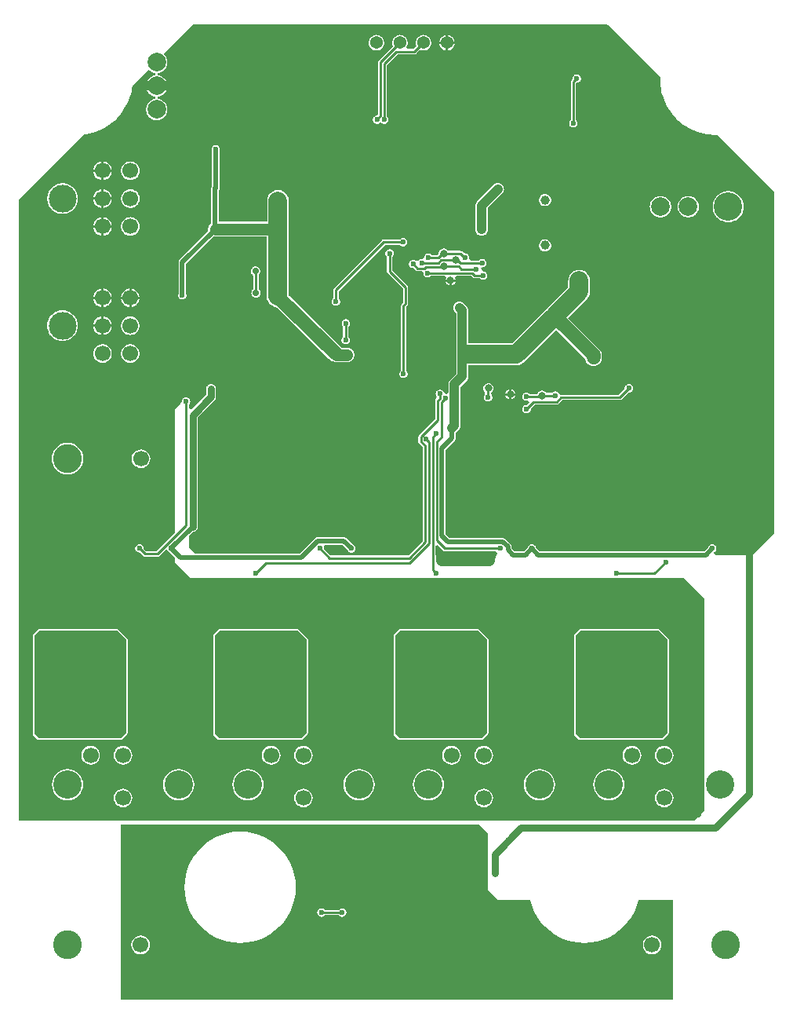
<source format=gbl>
G04 Layer_Physical_Order=2*
G04 Layer_Color=16711680*
%FSLAX25Y25*%
%MOIN*%
G70*
G01*
G75*
%ADD13C,0.03150*%
%ADD54C,0.02000*%
%ADD55C,0.01000*%
%ADD56C,0.05000*%
%ADD57C,0.03000*%
%ADD60C,0.06000*%
%ADD62C,0.04000*%
%ADD63C,0.08000*%
%ADD67C,0.12000*%
%ADD68C,0.06693*%
%ADD69C,0.07874*%
%ADD70C,0.12205*%
%ADD71C,0.11811*%
%ADD72C,0.05400*%
%ADD73C,0.03937*%
%ADD74C,0.02362*%
%ADD75C,0.02756*%
G36*
X505613Y480116D02*
X505591Y479335D01*
X505628Y478009D01*
X505739Y476688D01*
X505925Y475375D01*
X506184Y474074D01*
X506515Y472790D01*
X506917Y471527D01*
X507390Y470288D01*
X507932Y469077D01*
X508541Y467899D01*
X509214Y466757D01*
X509951Y465654D01*
X510749Y464595D01*
X511604Y463582D01*
X512515Y462618D01*
X513479Y461707D01*
X514492Y460851D01*
X515552Y460054D01*
X516654Y459317D01*
X517797Y458643D01*
X518975Y458035D01*
X520185Y457493D01*
X521424Y457020D01*
X522687Y456617D01*
X523972Y456286D01*
X525272Y456028D01*
X526585Y455842D01*
X527907Y455731D01*
X529232Y455693D01*
X530013Y455715D01*
X554012Y431716D01*
X554012Y286689D01*
X544587Y277264D01*
X529292Y277264D01*
X528427Y278241D01*
X528441Y278465D01*
X528750Y278630D01*
X529021Y278853D01*
X529244Y279124D01*
X529409Y279433D01*
X529511Y279769D01*
X529546Y280118D01*
X529511Y280467D01*
X529409Y280803D01*
X529244Y281113D01*
X529021Y281384D01*
X528750Y281606D01*
X528441Y281772D01*
X528105Y281873D01*
X527756Y281908D01*
X527407Y281873D01*
X527071Y281772D01*
X526762Y281606D01*
X526490Y281384D01*
X526268Y281113D01*
X526102Y280803D01*
X526074Y280710D01*
X524309Y278945D01*
X454530D01*
X452764Y280710D01*
X452736Y280803D01*
X452571Y281113D01*
X452348Y281384D01*
X452077Y281606D01*
X451768Y281772D01*
X451432Y281873D01*
X451083Y281908D01*
X450734Y281873D01*
X450398Y281772D01*
X450088Y281606D01*
X449817Y281384D01*
X449595Y281113D01*
X449429Y280803D01*
X449401Y280710D01*
X447636Y278945D01*
X443822D01*
X442553Y280214D01*
Y280790D01*
X442522Y281104D01*
X442430Y281405D01*
X442282Y281683D01*
X442082Y281927D01*
X439979Y284030D01*
X439735Y284229D01*
X439458Y284378D01*
X439156Y284470D01*
X438842Y284500D01*
X415954D01*
X414290Y286164D01*
Y321859D01*
X418361Y325930D01*
X418561Y326174D01*
X418710Y326452D01*
X418801Y326753D01*
X418832Y327067D01*
Y329253D01*
X419069Y329455D01*
X420053Y330439D01*
X420319Y330750D01*
X420532Y331099D01*
X420689Y331477D01*
X420785Y331875D01*
X420817Y332283D01*
Y348723D01*
X423399Y351305D01*
X423665Y351617D01*
X423879Y351966D01*
X424036Y352344D01*
X424131Y352742D01*
X424163Y353150D01*
Y357890D01*
X444488D01*
X445090Y357930D01*
X445681Y358047D01*
X446252Y358241D01*
X446793Y358508D01*
X447295Y358843D01*
X447748Y359240D01*
X461398Y372890D01*
X463354Y370933D01*
X473724Y360564D01*
X473779Y360287D01*
X473931Y359840D01*
X474139Y359417D01*
X474402Y359024D01*
X474713Y358669D01*
X475068Y358358D01*
X475460Y358096D01*
X475883Y357887D01*
X476330Y357736D01*
X476793Y357644D01*
X477264Y357613D01*
X477735Y357644D01*
X478197Y357736D01*
X478644Y357887D01*
X479068Y358096D01*
X479460Y358358D01*
X479815Y358669D01*
X480126Y359024D01*
X480388Y359417D01*
X480597Y359840D01*
X480749Y360287D01*
X480841Y360750D01*
X480871Y361221D01*
Y362126D01*
X480841Y362597D01*
X480749Y363060D01*
X480597Y363507D01*
X480388Y363930D01*
X480126Y364322D01*
X479815Y364677D01*
X468457Y376035D01*
X466500Y377992D01*
X474421Y385913D01*
X474819Y386367D01*
X475154Y386868D01*
X475420Y387409D01*
X475614Y387980D01*
X475732Y388572D01*
X475771Y389173D01*
Y393799D01*
X475732Y394401D01*
X475614Y394992D01*
X475420Y395563D01*
X475154Y396104D01*
X474819Y396605D01*
X474421Y397059D01*
X473968Y397457D01*
X473466Y397792D01*
X472926Y398058D01*
X472355Y398252D01*
X471763Y398370D01*
X471161Y398409D01*
X470560Y398370D01*
X469968Y398252D01*
X469397Y398058D01*
X468856Y397792D01*
X468355Y397457D01*
X467902Y397059D01*
X467504Y396605D01*
X467169Y396104D01*
X466902Y395563D01*
X466709Y394992D01*
X466591Y394401D01*
X466552Y393799D01*
Y391083D01*
X457469Y382000D01*
X442579Y367110D01*
X424163D01*
Y381102D01*
X424131Y381510D01*
X424036Y381908D01*
X423879Y382286D01*
X423665Y382635D01*
X423399Y382946D01*
X422120Y384226D01*
X421809Y384492D01*
X421460Y384706D01*
X421081Y384862D01*
X420684Y384958D01*
X420276Y384990D01*
X419868Y384958D01*
X419470Y384862D01*
X419092Y384706D01*
X418743Y384492D01*
X418431Y384226D01*
X418166Y383915D01*
X417952Y383566D01*
X417795Y383188D01*
X417700Y382790D01*
X417668Y382382D01*
X417700Y381974D01*
X417795Y381576D01*
X417952Y381198D01*
X418166Y380849D01*
X418431Y380538D01*
X418947Y380022D01*
Y354230D01*
X416364Y351647D01*
X416099Y351336D01*
X415885Y350987D01*
X415728Y350609D01*
X415633Y350211D01*
X415601Y349803D01*
Y346340D01*
X414859Y345699D01*
X413916Y345862D01*
X413661Y346453D01*
X413496Y346762D01*
X413273Y347033D01*
X413002Y347256D01*
X412693Y347421D01*
X412357Y347523D01*
X412008Y347557D01*
X411659Y347523D01*
X411323Y347421D01*
X411014Y347256D01*
X410742Y347033D01*
X410520Y346762D01*
X410354Y346453D01*
X410253Y346117D01*
X410218Y345768D01*
X410253Y345419D01*
X410354Y345083D01*
X410520Y344773D01*
X410742Y344502D01*
X410411Y343668D01*
X410234Y343439D01*
X410124Y343171D01*
X410086Y342884D01*
Y335178D01*
X403135Y328228D01*
X402959Y327998D01*
X402848Y327730D01*
X402810Y327443D01*
Y325532D01*
X402848Y325244D01*
X402959Y324977D01*
X403135Y324747D01*
X404672Y323210D01*
Y283347D01*
X398589Y277264D01*
X365434D01*
X362787Y279911D01*
X362807Y280112D01*
X362772Y280461D01*
X362704Y280685D01*
X362840Y281054D01*
X363219Y281629D01*
X363295Y281685D01*
X370569D01*
X372728Y279526D01*
X372756Y279433D01*
X372921Y279124D01*
X373144Y278853D01*
X373415Y278630D01*
X373725Y278465D01*
X374060Y278363D01*
X374409Y278328D01*
X374759Y278363D01*
X375094Y278465D01*
X375404Y278630D01*
X375675Y278853D01*
X375898Y279124D01*
X376063Y279433D01*
X376165Y279769D01*
X376199Y280118D01*
X376165Y280467D01*
X376063Y280803D01*
X375898Y281113D01*
X375675Y281384D01*
X375404Y281606D01*
X375094Y281772D01*
X375002Y281800D01*
X372372Y284430D01*
X372128Y284630D01*
X371850Y284778D01*
X371548Y284870D01*
X371235Y284901D01*
X360163D01*
X359849Y284870D01*
X359548Y284778D01*
X359270Y284630D01*
X359026Y284430D01*
X352484Y277887D01*
X307940D01*
X305413Y280413D01*
Y285522D01*
X307096Y287205D01*
X307244Y287216D01*
X307566Y287294D01*
X307871Y287420D01*
X308153Y287593D01*
X308404Y287807D01*
X308619Y288059D01*
X308792Y288341D01*
X308918Y288646D01*
X308996Y288967D01*
X309021Y289297D01*
Y335767D01*
X316253Y342999D01*
X316468Y343250D01*
X316641Y343532D01*
X316767Y343837D01*
X316844Y344159D01*
X316870Y344488D01*
Y347835D01*
X316844Y348164D01*
X316767Y348486D01*
X316641Y348791D01*
X316468Y349073D01*
X316253Y349324D01*
X316002Y349539D01*
X315720Y349711D01*
X315415Y349838D01*
X315093Y349915D01*
X314764Y349941D01*
X314434Y349915D01*
X314113Y349838D01*
X313808Y349711D01*
X313526Y349539D01*
X313274Y349324D01*
X313060Y349073D01*
X312887Y348791D01*
X312760Y348486D01*
X312683Y348164D01*
X312657Y347835D01*
Y345361D01*
X306413Y339117D01*
X305413Y339531D01*
Y339764D01*
X305243Y339934D01*
Y341126D01*
X305399Y341254D01*
X305622Y341525D01*
X305787Y341835D01*
X305889Y342171D01*
X305924Y342520D01*
X305889Y342869D01*
X305787Y343205D01*
X305622Y343514D01*
X305399Y343785D01*
X305128Y344008D01*
X304819Y344173D01*
X304483Y344275D01*
X304134Y344309D01*
X303785Y344275D01*
X303449Y344173D01*
X303139Y344008D01*
X302868Y343785D01*
X302646Y343514D01*
X302480Y343205D01*
X302379Y342869D01*
X302344Y342520D01*
X301670Y341697D01*
X301575Y341634D01*
X299307Y339366D01*
D01*
X299306Y286660D01*
X291524Y278877D01*
X287164D01*
X286122Y279920D01*
X286160Y280112D01*
X286022Y280807D01*
X285628Y281396D01*
X285039Y281789D01*
X284344Y281928D01*
X283649Y281789D01*
X283060Y281396D01*
X282666Y280807D01*
X282528Y280112D01*
X282666Y279417D01*
X283060Y278828D01*
X283649Y278434D01*
X284344Y278296D01*
X284536Y278334D01*
X285906Y276963D01*
X285906Y276963D01*
X286270Y276720D01*
X286700Y276634D01*
X286700Y276634D01*
X291989D01*
X291989Y276634D01*
X292418Y276720D01*
X292782Y276963D01*
X295548Y279729D01*
X296026Y279584D01*
X296058Y279423D01*
X296452Y278834D01*
X297041Y278440D01*
X297123Y278424D01*
X299306Y276241D01*
Y274316D01*
X305906Y267717D01*
X333438D01*
X333661Y267672D01*
X333884Y267717D01*
X410112Y267717D01*
X410335Y267672D01*
X410558Y267717D01*
X486785Y267717D01*
X487008Y267672D01*
X487231Y267717D01*
X515354D01*
X524307Y258764D01*
Y168602D01*
X520177Y164665D01*
X233094D01*
X233094Y342323D01*
X233094Y428370D01*
X260574Y455850D01*
X261834Y456028D01*
X263135Y456286D01*
X264419Y456617D01*
X265682Y457020D01*
X266921Y457493D01*
X268132Y458035D01*
X269310Y458643D01*
X270452Y459317D01*
X271555Y460054D01*
X272614Y460851D01*
X273627Y461707D01*
X274591Y462618D01*
X275502Y463582D01*
X276358Y464595D01*
X277155Y465654D01*
X277892Y466757D01*
X278566Y467899D01*
X279174Y469077D01*
X279716Y470288D01*
X280189Y471527D01*
X280592Y472790D01*
X280923Y474074D01*
X281181Y475375D01*
X281359Y476635D01*
X288000Y483275D01*
X288419Y483261D01*
X288866Y482869D01*
X289360Y482539D01*
X289894Y482276D01*
X290457Y482085D01*
X291040Y481968D01*
Y480984D01*
X290457Y480868D01*
X289894Y480677D01*
X289360Y480414D01*
X288866Y480084D01*
X288419Y479691D01*
X288027Y479244D01*
X287696Y478750D01*
X287433Y478216D01*
X287242Y477653D01*
X287126Y477070D01*
X287120Y476976D01*
X291634D01*
X296148D01*
X296142Y477070D01*
X296026Y477653D01*
X295834Y478216D01*
X295571Y478750D01*
X295241Y479244D01*
X294849Y479691D01*
X294402Y480084D01*
X293907Y480414D01*
X293374Y480677D01*
X292811Y480868D01*
X292227Y480984D01*
Y481968D01*
X292811Y482085D01*
X293374Y482276D01*
X293907Y482539D01*
X294402Y482869D01*
X294849Y483261D01*
X295241Y483708D01*
X295571Y484203D01*
X295834Y484736D01*
X296026Y485300D01*
X296142Y485883D01*
X296181Y486476D01*
X296142Y487070D01*
X296026Y487653D01*
X295834Y488216D01*
X295571Y488750D01*
X295241Y489244D01*
X294849Y489691D01*
X294835Y490111D01*
X307260Y502536D01*
X483193Y502536D01*
X505613Y480116D01*
D02*
G37*
G36*
X413198Y279327D02*
X413428Y279151D01*
X413696Y279040D01*
X413983Y279002D01*
X435690D01*
X436371Y278033D01*
X435030Y274804D01*
X434088Y274470D01*
X428937Y277264D01*
X410091D01*
Y281128D01*
X411015Y281510D01*
X413198Y279327D01*
D02*
G37*
G36*
X432301Y159333D02*
X432301Y135335D01*
X436820Y130816D01*
X450319D01*
X450986Y128501D01*
X452001Y126049D01*
X453285Y123726D01*
X454821Y121561D01*
X456590Y119582D01*
X458569Y117813D01*
X460734Y116277D01*
X463057Y114994D01*
X465509Y113978D01*
X468060Y113243D01*
X470677Y112798D01*
X473327Y112650D01*
X475977Y112798D01*
X478594Y113243D01*
X481144Y113978D01*
X483597Y114994D01*
X485920Y116277D01*
X488084Y117813D01*
X490064Y119582D01*
X491832Y121561D01*
X493368Y123726D01*
X494652Y126049D01*
X495668Y128501D01*
X496335Y130816D01*
X510925D01*
Y88606D01*
X276280Y88606D01*
X276279Y162894D01*
X428740D01*
X432301Y159333D01*
D02*
G37*
%LPC*%
G36*
X284941Y322190D02*
X283911Y322055D01*
X282951Y321657D01*
X282126Y321024D01*
X281494Y320200D01*
X281096Y319240D01*
X280960Y318210D01*
X281096Y317179D01*
X281494Y316219D01*
X282126Y315395D01*
X282951Y314762D01*
X283911Y314365D01*
X284941Y314229D01*
X285971Y314365D01*
X286931Y314762D01*
X287756Y315395D01*
X288388Y316219D01*
X288786Y317179D01*
X288921Y318210D01*
X288786Y319240D01*
X288388Y320200D01*
X287756Y321024D01*
X286931Y321657D01*
X285971Y322055D01*
X284941Y322190D01*
D02*
G37*
G36*
X253799Y324944D02*
X252485Y324815D01*
X251222Y324432D01*
X250058Y323809D01*
X249037Y322972D01*
X248199Y321951D01*
X247577Y320787D01*
X247194Y319524D01*
X247064Y318210D01*
X247194Y316896D01*
X247577Y315632D01*
X248199Y314468D01*
X249037Y313447D01*
X250058Y312610D01*
X251222Y311987D01*
X252485Y311604D01*
X253799Y311475D01*
X255113Y311604D01*
X256377Y311987D01*
X257541Y312610D01*
X258561Y313447D01*
X259399Y314468D01*
X260021Y315632D01*
X260405Y316896D01*
X260534Y318210D01*
X260405Y319524D01*
X260021Y320787D01*
X259399Y321951D01*
X258561Y322972D01*
X257541Y323809D01*
X256377Y324432D01*
X255113Y324815D01*
X253799Y324944D01*
D02*
G37*
G36*
X432579Y350311D02*
X432237Y350285D01*
X431905Y350205D01*
X431588Y350074D01*
X431296Y349895D01*
X431036Y349673D01*
X430814Y349412D01*
X430635Y349120D01*
X430504Y348804D01*
X430424Y348471D01*
X430397Y348130D01*
X430424Y347789D01*
X430504Y347456D01*
X430635Y347140D01*
X430814Y346848D01*
X431036Y346587D01*
X431069Y346559D01*
X431181Y345791D01*
X431107Y345426D01*
X430992Y345286D01*
X430827Y344976D01*
X430725Y344640D01*
X430691Y344291D01*
X430725Y343942D01*
X430827Y343606D01*
X430992Y343297D01*
X431215Y343026D01*
X431486Y342803D01*
X431795Y342638D01*
X432131Y342536D01*
X432480Y342502D01*
X432830Y342536D01*
X433165Y342638D01*
X433475Y342803D01*
X433746Y343026D01*
X433968Y343297D01*
X434134Y343606D01*
X434236Y343942D01*
X434270Y344291D01*
X434236Y344640D01*
X434134Y344976D01*
X433968Y345286D01*
X433941Y345319D01*
X433887Y346023D01*
X434036Y346515D01*
X434121Y346587D01*
X434344Y346848D01*
X434522Y347140D01*
X434654Y347456D01*
X434733Y347789D01*
X434760Y348130D01*
X434733Y348471D01*
X434654Y348804D01*
X434522Y349120D01*
X434344Y349412D01*
X434121Y349673D01*
X433861Y349895D01*
X433569Y350074D01*
X433253Y350205D01*
X432920Y350285D01*
X432579Y350311D01*
D02*
G37*
G36*
X444046Y345071D02*
X442429D01*
Y343454D01*
X442603Y343496D01*
X442919Y343627D01*
X443211Y343806D01*
X443472Y344028D01*
X443694Y344289D01*
X443873Y344581D01*
X444004Y344897D01*
X444046Y345071D01*
D02*
G37*
G36*
X441429D02*
X439813D01*
X439854Y344897D01*
X439985Y344581D01*
X440164Y344289D01*
X440387Y344028D01*
X440647Y343806D01*
X440939Y343627D01*
X441255Y343496D01*
X441429Y343454D01*
Y345071D01*
D02*
G37*
G36*
X394980Y245827D02*
X394521Y245636D01*
X392553Y243668D01*
X392362Y243209D01*
Y201476D01*
X392553Y201017D01*
X394521Y199049D01*
X394980Y198858D01*
X429724Y198858D01*
X430184Y199049D01*
X432546Y201411D01*
X432736Y201870D01*
X432736Y241437D01*
X432546Y241896D01*
X428806Y245636D01*
X428346Y245827D01*
X394980Y245827D01*
D02*
G37*
G36*
X318307D02*
X317848Y245636D01*
X315879Y243668D01*
X315689Y243209D01*
Y201476D01*
X315879Y201017D01*
X317848Y199049D01*
X318307Y198858D01*
X353051Y198858D01*
X353510Y199049D01*
X355873Y201411D01*
X356063Y201870D01*
X356063Y241437D01*
X355873Y241896D01*
X352133Y245636D01*
X351673Y245827D01*
X318307Y245827D01*
D02*
G37*
G36*
X471654D02*
X471194Y245636D01*
X469226Y243668D01*
X469036Y243209D01*
Y201476D01*
X469226Y201017D01*
X471194Y199049D01*
X471654Y198858D01*
X506398Y198858D01*
X506857Y199049D01*
X509219Y201411D01*
X509409Y201870D01*
X509409Y241437D01*
X509219Y241896D01*
X505479Y245636D01*
X505020Y245827D01*
X471654Y245827D01*
D02*
G37*
G36*
X241634D02*
X241175Y245636D01*
X239206Y243668D01*
X239016Y243209D01*
Y201476D01*
X239206Y201017D01*
X241175Y199049D01*
X241634Y198858D01*
X276378Y198858D01*
X276837Y199049D01*
X279199Y201411D01*
X279390Y201870D01*
X279390Y241437D01*
X279199Y241896D01*
X275459Y245636D01*
X275000Y245827D01*
X241634Y245827D01*
D02*
G37*
G36*
X507382Y196323D02*
X506352Y196187D01*
X505392Y195790D01*
X504567Y195157D01*
X503935Y194333D01*
X503537Y193373D01*
X503402Y192342D01*
X503537Y191312D01*
X503935Y190352D01*
X504567Y189528D01*
X505392Y188895D01*
X506352Y188498D01*
X507382Y188362D01*
X508412Y188498D01*
X509372Y188895D01*
X510197Y189528D01*
X510829Y190352D01*
X511227Y191312D01*
X511363Y192342D01*
X511227Y193373D01*
X510829Y194333D01*
X510197Y195157D01*
X509372Y195790D01*
X508412Y196187D01*
X507382Y196323D01*
D02*
G37*
G36*
X372047Y377479D02*
X371698Y377444D01*
X371362Y377343D01*
X371053Y377177D01*
X370782Y376955D01*
X370559Y376683D01*
X370394Y376374D01*
X370292Y376038D01*
X370257Y375689D01*
X370292Y375340D01*
X370394Y375004D01*
X370559Y374695D01*
X370782Y374424D01*
X370839Y374376D01*
Y369996D01*
X370683Y369868D01*
X370461Y369597D01*
X370295Y369287D01*
X370194Y368952D01*
X370159Y368602D01*
X370194Y368253D01*
X370295Y367917D01*
X370461Y367608D01*
X370683Y367337D01*
X370954Y367114D01*
X371264Y366949D01*
X371600Y366847D01*
X371949Y366813D01*
X372298Y366847D01*
X372634Y366949D01*
X372943Y367114D01*
X373214Y367337D01*
X373437Y367608D01*
X373602Y367917D01*
X373704Y368253D01*
X373739Y368602D01*
X373704Y368952D01*
X373602Y369287D01*
X373437Y369597D01*
X373214Y369868D01*
X373058Y369996D01*
Y374215D01*
X373313Y374424D01*
X373535Y374695D01*
X373701Y375004D01*
X373803Y375340D01*
X373837Y375689D01*
X373803Y376038D01*
X373701Y376374D01*
X373535Y376683D01*
X373313Y376955D01*
X373042Y377177D01*
X372732Y377343D01*
X372396Y377444D01*
X372047Y377479D01*
D02*
G37*
G36*
X316732Y451396D02*
X316383Y451362D01*
X316047Y451260D01*
X315738Y451094D01*
X315467Y450872D01*
X315244Y450601D01*
X315079Y450291D01*
X314977Y449956D01*
X314943Y449606D01*
X314977Y449257D01*
X315079Y448921D01*
X315125Y448836D01*
Y433787D01*
X314949Y433573D01*
X314784Y433264D01*
X314682Y432928D01*
X314647Y432579D01*
X314682Y432230D01*
X314784Y431894D01*
X314829Y431808D01*
Y418278D01*
X314806Y418264D01*
X314435Y417947D01*
X314118Y417576D01*
X313863Y417160D01*
X313677Y416709D01*
X313563Y416234D01*
X313524Y415748D01*
X313563Y415262D01*
X313623Y415011D01*
X301422Y402810D01*
X301222Y402566D01*
X301074Y402288D01*
X300982Y401987D01*
X300951Y401673D01*
Y388369D01*
X300906Y388283D01*
X300804Y387948D01*
X300769Y387598D01*
X300804Y387249D01*
X300906Y386913D01*
X301071Y386604D01*
X301293Y386333D01*
X301565Y386110D01*
X301874Y385945D01*
X302210Y385843D01*
X302559Y385809D01*
X302908Y385843D01*
X303244Y385945D01*
X303553Y386110D01*
X303825Y386333D01*
X304047Y386604D01*
X304212Y386913D01*
X304314Y387249D01*
X304349Y387598D01*
X304314Y387948D01*
X304212Y388283D01*
X304167Y388369D01*
Y401007D01*
X315897Y412737D01*
X316147Y412677D01*
X316634Y412638D01*
X338402D01*
Y387205D01*
X338441Y386603D01*
X338559Y386012D01*
X338753Y385441D01*
X339019Y384900D01*
X339355Y384398D01*
X339752Y383945D01*
X340206Y383547D01*
X340707Y383212D01*
X341248Y382946D01*
X341819Y382752D01*
X342410Y382634D01*
X342497Y382629D01*
X364887Y360523D01*
X365243Y360214D01*
X365637Y359955D01*
X366062Y359749D01*
X366510Y359600D01*
X366768Y359550D01*
X366797Y359532D01*
X366984Y359455D01*
X367248Y359346D01*
X367722Y359232D01*
X368209Y359194D01*
X372539D01*
X373026Y359232D01*
X373500Y359346D01*
X373951Y359532D01*
X374367Y359787D01*
X374738Y360104D01*
X375055Y360475D01*
X375310Y360891D01*
X375497Y361342D01*
X375611Y361817D01*
X375649Y362303D01*
X375611Y362790D01*
X375497Y363264D01*
X375310Y363715D01*
X375055Y364131D01*
X374738Y364502D01*
X374367Y364819D01*
X373951Y365074D01*
X373500Y365261D01*
X373026Y365374D01*
X372539Y365413D01*
X370174D01*
X369956Y365658D01*
X347622Y387708D01*
Y413749D01*
X347661Y413866D01*
X347779Y414457D01*
X347818Y415059D01*
Y415748D01*
Y427658D01*
X347779Y428259D01*
X347661Y428851D01*
X347468Y429422D01*
X347201Y429962D01*
X346866Y430464D01*
X346468Y430917D01*
X346015Y431315D01*
X345514Y431650D01*
X344973Y431916D01*
X344402Y432110D01*
X343810Y432228D01*
X343209Y432267D01*
X342607Y432228D01*
X342016Y432110D01*
X341444Y431916D01*
X340904Y431650D01*
X340402Y431315D01*
X339949Y430917D01*
X339551Y430464D01*
X339216Y429962D01*
X338950Y429422D01*
X338756Y428851D01*
X338638Y428259D01*
X338599Y427658D01*
Y418858D01*
X318045D01*
Y431808D01*
X318091Y431894D01*
X318180Y432188D01*
X318218Y432259D01*
X318309Y432560D01*
X318340Y432874D01*
Y448836D01*
X318386Y448921D01*
X318488Y449257D01*
X318522Y449606D01*
X318488Y449956D01*
X318386Y450291D01*
X318220Y450601D01*
X317998Y450872D01*
X317727Y451094D01*
X317417Y451260D01*
X317081Y451362D01*
X316732Y451396D01*
D02*
G37*
G36*
X251594Y381218D02*
X250956Y381187D01*
X250324Y381093D01*
X249704Y380938D01*
X249102Y380722D01*
X248524Y380449D01*
X247976Y380120D01*
X247463Y379740D01*
X246989Y379310D01*
X246560Y378837D01*
X246179Y378323D01*
X245850Y377775D01*
X245577Y377197D01*
X245362Y376595D01*
X245206Y375975D01*
X245112Y375343D01*
X245081Y374705D01*
X245112Y374066D01*
X245206Y373434D01*
X245362Y372814D01*
X245577Y372212D01*
X245850Y371634D01*
X246179Y371086D01*
X246560Y370573D01*
X246989Y370099D01*
X247463Y369670D01*
X247976Y369289D01*
X248524Y368960D01*
X249102Y368687D01*
X249704Y368472D01*
X250324Y368317D01*
X250956Y368223D01*
X251594Y368191D01*
X252233Y368223D01*
X252865Y368317D01*
X253485Y368472D01*
X254087Y368687D01*
X254665Y368960D01*
X255213Y369289D01*
X255727Y369670D01*
X256200Y370099D01*
X256629Y370573D01*
X257010Y371086D01*
X257339Y371634D01*
X257612Y372212D01*
X257827Y372814D01*
X257983Y373434D01*
X258077Y374066D01*
X258108Y374705D01*
X258077Y375343D01*
X257983Y375975D01*
X257827Y376595D01*
X257612Y377197D01*
X257339Y377775D01*
X257010Y378323D01*
X256629Y378837D01*
X256200Y379310D01*
X255727Y379740D01*
X255213Y380120D01*
X254665Y380449D01*
X254087Y380722D01*
X253485Y380938D01*
X252865Y381093D01*
X252233Y381187D01*
X251594Y381218D01*
D02*
G37*
G36*
X272524Y374205D02*
X269102D01*
Y370783D01*
X269119Y370784D01*
X269626Y370885D01*
X270116Y371051D01*
X270580Y371280D01*
X271010Y371567D01*
X271399Y371908D01*
X271740Y372297D01*
X272027Y372727D01*
X272256Y373191D01*
X272423Y373681D01*
X272523Y374188D01*
X272524Y374205D01*
D02*
G37*
G36*
X280413Y378660D02*
X279897Y378626D01*
X279390Y378525D01*
X278900Y378359D01*
X278436Y378130D01*
X278006Y377842D01*
X277617Y377501D01*
X277276Y377112D01*
X276988Y376682D01*
X276760Y376218D01*
X276593Y375728D01*
X276492Y375221D01*
X276459Y374705D01*
X276492Y374188D01*
X276593Y373681D01*
X276760Y373191D01*
X276988Y372727D01*
X277276Y372297D01*
X277617Y371908D01*
X278006Y371567D01*
X278436Y371280D01*
X278900Y371051D01*
X279390Y370885D01*
X279897Y370784D01*
X280413Y370750D01*
X280930Y370784D01*
X281437Y370885D01*
X281927Y371051D01*
X282391Y371280D01*
X282821Y371567D01*
X283210Y371908D01*
X283551Y372297D01*
X283839Y372727D01*
X284067Y373191D01*
X284234Y373681D01*
X284334Y374188D01*
X284368Y374705D01*
X284334Y375221D01*
X284234Y375728D01*
X284067Y376218D01*
X283839Y376682D01*
X283551Y377112D01*
X283210Y377501D01*
X282821Y377842D01*
X282391Y378130D01*
X281927Y378359D01*
X281437Y378525D01*
X280930Y378626D01*
X280413Y378660D01*
D02*
G37*
G36*
Y366849D02*
X279897Y366815D01*
X279390Y366714D01*
X278900Y366548D01*
X278436Y366319D01*
X278006Y366031D01*
X277617Y365690D01*
X277276Y365301D01*
X276988Y364871D01*
X276760Y364407D01*
X276593Y363917D01*
X276492Y363410D01*
X276459Y362894D01*
X276492Y362378D01*
X276593Y361870D01*
X276760Y361380D01*
X276988Y360916D01*
X277276Y360486D01*
X277617Y360097D01*
X278006Y359756D01*
X278436Y359469D01*
X278900Y359240D01*
X279390Y359073D01*
X279897Y358973D01*
X280413Y358939D01*
X280930Y358973D01*
X281437Y359073D01*
X281927Y359240D01*
X282391Y359469D01*
X282821Y359756D01*
X283210Y360097D01*
X283551Y360486D01*
X283839Y360916D01*
X284067Y361380D01*
X284234Y361870D01*
X284334Y362378D01*
X284368Y362894D01*
X284334Y363410D01*
X284234Y363917D01*
X284067Y364407D01*
X283839Y364871D01*
X283551Y365301D01*
X283210Y365690D01*
X282821Y366031D01*
X282391Y366319D01*
X281927Y366548D01*
X281437Y366714D01*
X280930Y366815D01*
X280413Y366849D01*
D02*
G37*
G36*
X441429Y347687D02*
X441255Y347646D01*
X440939Y347515D01*
X440647Y347336D01*
X440387Y347113D01*
X440164Y346853D01*
X439985Y346561D01*
X439854Y346245D01*
X439813Y346071D01*
X441429D01*
Y347687D01*
D02*
G37*
G36*
X492323Y349920D02*
X491974Y349885D01*
X491638Y349783D01*
X491328Y349618D01*
X491057Y349395D01*
X490835Y349124D01*
X490669Y348815D01*
X490567Y348479D01*
X490533Y348130D01*
X490553Y347929D01*
X488025Y345401D01*
X463561D01*
X463209Y345415D01*
X462776Y345764D01*
X462610Y346073D01*
X462388Y346344D01*
X462116Y346567D01*
X461807Y346732D01*
X461471Y346834D01*
X461122Y346868D01*
X460773Y346834D01*
X460437Y346732D01*
X460128Y346567D01*
X459857Y346344D01*
X459728Y346188D01*
X457224D01*
X457178Y346263D01*
X456956Y346523D01*
X456696Y346745D01*
X456404Y346924D01*
X456087Y347055D01*
X455755Y347135D01*
X455413Y347162D01*
X455072Y347135D01*
X454739Y347055D01*
X454423Y346924D01*
X454131Y346745D01*
X453871Y346523D01*
X453649Y346263D01*
X453470Y345971D01*
X453356Y345696D01*
X450167D01*
X450039Y345852D01*
X449768Y346075D01*
X449459Y346240D01*
X449123Y346342D01*
X448774Y346376D01*
X448425Y346342D01*
X448089Y346240D01*
X447780Y346075D01*
X447508Y345852D01*
X447286Y345581D01*
X447120Y345271D01*
X447018Y344936D01*
X446984Y344587D01*
X447018Y344237D01*
X447120Y343902D01*
X447286Y343592D01*
X447508Y343321D01*
X447780Y343098D01*
X448089Y342933D01*
X448425Y342831D01*
X448774Y342797D01*
X449123Y342831D01*
X449459Y342933D01*
X449541Y342977D01*
X450143Y342165D01*
X449020Y341042D01*
X448819Y341061D01*
X448470Y341027D01*
X448134Y340925D01*
X447825Y340760D01*
X447553Y340537D01*
X447331Y340266D01*
X447165Y339957D01*
X447064Y339621D01*
X447029Y339272D01*
X447064Y338923D01*
X447165Y338587D01*
X447331Y338277D01*
X447553Y338006D01*
X447825Y337784D01*
X448134Y337618D01*
X448470Y337516D01*
X448819Y337482D01*
X449168Y337516D01*
X449504Y337618D01*
X449813Y337784D01*
X450084Y338006D01*
X450307Y338277D01*
X450472Y338587D01*
X450574Y338923D01*
X450609Y339272D01*
X450589Y339473D01*
X452312Y341196D01*
X461575D01*
X461862Y341234D01*
X462129Y341345D01*
X462359Y341521D01*
X464020Y343182D01*
X488484D01*
X488771Y343220D01*
X489039Y343331D01*
X489269Y343507D01*
X492122Y346360D01*
X492323Y346340D01*
X492672Y346375D01*
X493008Y346476D01*
X493317Y346642D01*
X493588Y346864D01*
X493811Y347136D01*
X493976Y347445D01*
X494078Y347781D01*
X494113Y348130D01*
X494078Y348479D01*
X493976Y348815D01*
X493811Y349124D01*
X493588Y349395D01*
X493317Y349618D01*
X493008Y349783D01*
X492672Y349885D01*
X492323Y349920D01*
D02*
G37*
G36*
X442429Y347687D02*
Y346071D01*
X444046D01*
X444004Y346245D01*
X443873Y346561D01*
X443694Y346853D01*
X443472Y347113D01*
X443211Y347336D01*
X442919Y347515D01*
X442603Y347646D01*
X442429Y347687D01*
D02*
G37*
G36*
X268602Y366849D02*
X268086Y366815D01*
X267579Y366714D01*
X267089Y366548D01*
X266625Y366319D01*
X266195Y366031D01*
X265806Y365690D01*
X265465Y365301D01*
X265177Y364871D01*
X264949Y364407D01*
X264782Y363917D01*
X264681Y363410D01*
X264647Y362894D01*
X264681Y362378D01*
X264782Y361870D01*
X264949Y361380D01*
X265177Y360916D01*
X265465Y360486D01*
X265806Y360097D01*
X266195Y359756D01*
X266625Y359469D01*
X267089Y359240D01*
X267579Y359073D01*
X268086Y358973D01*
X268602Y358939D01*
X269119Y358973D01*
X269626Y359073D01*
X270116Y359240D01*
X270580Y359469D01*
X271010Y359756D01*
X271399Y360097D01*
X271740Y360486D01*
X272027Y360916D01*
X272256Y361380D01*
X272423Y361870D01*
X272523Y362378D01*
X272557Y362894D01*
X272523Y363410D01*
X272423Y363917D01*
X272256Y364407D01*
X272027Y364871D01*
X271740Y365301D01*
X271399Y365690D01*
X271010Y366031D01*
X270580Y366319D01*
X270116Y366548D01*
X269626Y366714D01*
X269119Y366815D01*
X268602Y366849D01*
D02*
G37*
G36*
X390645Y407209D02*
X390296Y407175D01*
X389960Y407073D01*
X389651Y406908D01*
X389380Y406685D01*
X389157Y406414D01*
X388992Y406104D01*
X388890Y405768D01*
X388855Y405419D01*
X388890Y405070D01*
X388992Y404735D01*
X389157Y404425D01*
X389380Y404154D01*
X389536Y404026D01*
Y397638D01*
X389573Y397351D01*
X389684Y397083D01*
X389861Y396853D01*
X396250Y390463D01*
Y384357D01*
X395771Y383877D01*
X395594Y383648D01*
X395483Y383380D01*
X395446Y383093D01*
Y355724D01*
X395290Y355596D01*
X395067Y355325D01*
X394902Y355016D01*
X394800Y354680D01*
X394765Y354331D01*
X394800Y353981D01*
X394902Y353646D01*
X395067Y353336D01*
X395290Y353065D01*
X395561Y352843D01*
X395870Y352677D01*
X396206Y352575D01*
X396555Y352541D01*
X396904Y352575D01*
X397240Y352677D01*
X397549Y352843D01*
X397821Y353065D01*
X398043Y353336D01*
X398209Y353646D01*
X398310Y353981D01*
X398345Y354331D01*
X398310Y354680D01*
X398209Y355016D01*
X398043Y355325D01*
X397821Y355596D01*
X397665Y355724D01*
Y382633D01*
X398144Y383113D01*
X398321Y383343D01*
X398431Y383611D01*
X398469Y383898D01*
X398469Y383898D01*
Y390923D01*
X398431Y391210D01*
X398321Y391478D01*
X398144Y391708D01*
X391755Y398097D01*
Y404026D01*
X391911Y404154D01*
X392133Y404425D01*
X392299Y404735D01*
X392400Y405070D01*
X392435Y405419D01*
X392400Y405768D01*
X392299Y406104D01*
X392133Y406414D01*
X391911Y406685D01*
X391639Y406908D01*
X391330Y407073D01*
X390994Y407175D01*
X390645Y407209D01*
D02*
G37*
G36*
X507382Y178213D02*
X506352Y178077D01*
X505392Y177680D01*
X504567Y177047D01*
X503935Y176223D01*
X503537Y175262D01*
X503402Y174232D01*
X503537Y173202D01*
X503935Y172242D01*
X504567Y171418D01*
X505392Y170785D01*
X506352Y170387D01*
X507382Y170252D01*
X508412Y170387D01*
X509372Y170785D01*
X510197Y171418D01*
X510829Y172242D01*
X511227Y173202D01*
X511363Y174232D01*
X511227Y175262D01*
X510829Y176223D01*
X510197Y177047D01*
X509372Y177680D01*
X508412Y178077D01*
X507382Y178213D01*
D02*
G37*
G36*
X430709D02*
X429678Y178077D01*
X428719Y177680D01*
X427894Y177047D01*
X427261Y176223D01*
X426864Y175262D01*
X426728Y174232D01*
X426864Y173202D01*
X427261Y172242D01*
X427894Y171418D01*
X428719Y170785D01*
X429678Y170387D01*
X430709Y170252D01*
X431739Y170387D01*
X432699Y170785D01*
X433523Y171418D01*
X434156Y172242D01*
X434554Y173202D01*
X434689Y174232D01*
X434554Y175262D01*
X434156Y176223D01*
X433523Y177047D01*
X432699Y177680D01*
X431739Y178077D01*
X430709Y178213D01*
D02*
G37*
G36*
X253740Y186455D02*
X252446Y186327D01*
X251202Y185950D01*
X250056Y185337D01*
X249051Y184512D01*
X248226Y183507D01*
X247613Y182361D01*
X247236Y181117D01*
X247108Y179823D01*
X247236Y178529D01*
X247613Y177285D01*
X248226Y176138D01*
X249051Y175133D01*
X250056Y174309D01*
X251202Y173696D01*
X252446Y173318D01*
X253740Y173191D01*
X255034Y173318D01*
X256278Y173696D01*
X257425Y174309D01*
X258430Y175133D01*
X259254Y176138D01*
X259867Y177285D01*
X260245Y178529D01*
X260372Y179823D01*
X260245Y181117D01*
X259867Y182361D01*
X259254Y183507D01*
X258430Y184512D01*
X257425Y185337D01*
X256278Y185950D01*
X255034Y186327D01*
X253740Y186455D01*
D02*
G37*
G36*
X330413D02*
X329120Y186327D01*
X327875Y185950D01*
X326729Y185337D01*
X325724Y184512D01*
X324899Y183507D01*
X324286Y182361D01*
X323909Y181117D01*
X323781Y179823D01*
X323909Y178529D01*
X324286Y177285D01*
X324899Y176138D01*
X325724Y175133D01*
X326729Y174309D01*
X327875Y173696D01*
X329120Y173318D01*
X330413Y173191D01*
X331707Y173318D01*
X332951Y173696D01*
X334098Y174309D01*
X335103Y175133D01*
X335928Y176138D01*
X336541Y177285D01*
X336918Y178529D01*
X337045Y179823D01*
X336918Y181117D01*
X336541Y182361D01*
X335928Y183507D01*
X335103Y184512D01*
X334098Y185337D01*
X332951Y185950D01*
X331707Y186327D01*
X330413Y186455D01*
D02*
G37*
G36*
X300984D02*
X299690Y186327D01*
X298446Y185950D01*
X297300Y185337D01*
X296295Y184512D01*
X295470Y183507D01*
X294857Y182361D01*
X294480Y181117D01*
X294352Y179823D01*
X294480Y178529D01*
X294857Y177285D01*
X295470Y176138D01*
X296295Y175133D01*
X297300Y174309D01*
X298446Y173696D01*
X299690Y173318D01*
X300984Y173191D01*
X302278Y173318D01*
X303522Y173696D01*
X304669Y174309D01*
X305674Y175133D01*
X306499Y176138D01*
X307111Y177285D01*
X307489Y178529D01*
X307616Y179823D01*
X307489Y181117D01*
X307111Y182361D01*
X306499Y183507D01*
X305674Y184512D01*
X304669Y185337D01*
X303522Y185950D01*
X302278Y186327D01*
X300984Y186455D01*
D02*
G37*
G36*
X354035Y178213D02*
X353005Y178077D01*
X352045Y177680D01*
X351221Y177047D01*
X350588Y176223D01*
X350191Y175262D01*
X350055Y174232D01*
X350191Y173202D01*
X350588Y172242D01*
X351221Y171418D01*
X352045Y170785D01*
X353005Y170387D01*
X354035Y170252D01*
X355066Y170387D01*
X356026Y170785D01*
X356850Y171418D01*
X357483Y172242D01*
X357880Y173202D01*
X358016Y174232D01*
X357880Y175262D01*
X357483Y176223D01*
X356850Y177047D01*
X356026Y177680D01*
X355066Y178077D01*
X354035Y178213D01*
D02*
G37*
G36*
X277362D02*
X276332Y178077D01*
X275372Y177680D01*
X274548Y177047D01*
X273915Y176223D01*
X273517Y175262D01*
X273382Y174232D01*
X273517Y173202D01*
X273915Y172242D01*
X274548Y171418D01*
X275372Y170785D01*
X276332Y170387D01*
X277362Y170252D01*
X278393Y170387D01*
X279352Y170785D01*
X280177Y171418D01*
X280809Y172242D01*
X281207Y173202D01*
X281343Y174232D01*
X281207Y175262D01*
X280809Y176223D01*
X280177Y177047D01*
X279352Y177680D01*
X278393Y178077D01*
X277362Y178213D01*
D02*
G37*
G36*
X354035Y196323D02*
X353005Y196187D01*
X352045Y195790D01*
X351221Y195157D01*
X350588Y194333D01*
X350191Y193373D01*
X350055Y192342D01*
X350191Y191312D01*
X350588Y190352D01*
X351221Y189528D01*
X352045Y188895D01*
X353005Y188498D01*
X354035Y188362D01*
X355066Y188498D01*
X356026Y188895D01*
X356850Y189528D01*
X357483Y190352D01*
X357880Y191312D01*
X358016Y192342D01*
X357880Y193373D01*
X357483Y194333D01*
X356850Y195157D01*
X356026Y195790D01*
X355066Y196187D01*
X354035Y196323D01*
D02*
G37*
G36*
X340256D02*
X339226Y196187D01*
X338266Y195790D01*
X337441Y195157D01*
X336809Y194333D01*
X336411Y193373D01*
X336276Y192342D01*
X336411Y191312D01*
X336809Y190352D01*
X337441Y189528D01*
X338266Y188895D01*
X339226Y188498D01*
X340256Y188362D01*
X341286Y188498D01*
X342246Y188895D01*
X343071Y189528D01*
X343703Y190352D01*
X344101Y191312D01*
X344236Y192342D01*
X344101Y193373D01*
X343703Y194333D01*
X343071Y195157D01*
X342246Y195790D01*
X341286Y196187D01*
X340256Y196323D01*
D02*
G37*
G36*
X416929D02*
X415899Y196187D01*
X414939Y195790D01*
X414115Y195157D01*
X413482Y194333D01*
X413084Y193373D01*
X412949Y192342D01*
X413084Y191312D01*
X413482Y190352D01*
X414115Y189528D01*
X414939Y188895D01*
X415899Y188498D01*
X416929Y188362D01*
X417959Y188498D01*
X418920Y188895D01*
X419744Y189528D01*
X420376Y190352D01*
X420774Y191312D01*
X420910Y192342D01*
X420774Y193373D01*
X420376Y194333D01*
X419744Y195157D01*
X418920Y195790D01*
X417959Y196187D01*
X416929Y196323D01*
D02*
G37*
G36*
X493603D02*
X492572Y196187D01*
X491612Y195790D01*
X490788Y195157D01*
X490155Y194333D01*
X489758Y193373D01*
X489622Y192342D01*
X489758Y191312D01*
X490155Y190352D01*
X490788Y189528D01*
X491612Y188895D01*
X492572Y188498D01*
X493603Y188362D01*
X494633Y188498D01*
X495593Y188895D01*
X496417Y189528D01*
X497050Y190352D01*
X497447Y191312D01*
X497583Y192342D01*
X497447Y193373D01*
X497050Y194333D01*
X496417Y195157D01*
X495593Y195790D01*
X494633Y196187D01*
X493603Y196323D01*
D02*
G37*
G36*
X430709D02*
X429678Y196187D01*
X428719Y195790D01*
X427894Y195157D01*
X427261Y194333D01*
X426864Y193373D01*
X426728Y192342D01*
X426864Y191312D01*
X427261Y190352D01*
X427894Y189528D01*
X428719Y188895D01*
X429678Y188498D01*
X430709Y188362D01*
X431739Y188498D01*
X432699Y188895D01*
X433523Y189528D01*
X434156Y190352D01*
X434554Y191312D01*
X434689Y192342D01*
X434554Y193373D01*
X434156Y194333D01*
X433523Y195157D01*
X432699Y195790D01*
X431739Y196187D01*
X430709Y196323D01*
D02*
G37*
G36*
X277362D02*
X276332Y196187D01*
X275372Y195790D01*
X274548Y195157D01*
X273915Y194333D01*
X273517Y193373D01*
X273382Y192342D01*
X273517Y191312D01*
X273915Y190352D01*
X274548Y189528D01*
X275372Y188895D01*
X276332Y188498D01*
X277362Y188362D01*
X278393Y188498D01*
X279352Y188895D01*
X280177Y189528D01*
X280809Y190352D01*
X281207Y191312D01*
X281343Y192342D01*
X281207Y193373D01*
X280809Y194333D01*
X280177Y195157D01*
X279352Y195790D01*
X278393Y196187D01*
X277362Y196323D01*
D02*
G37*
G36*
X407087Y186455D02*
X405793Y186327D01*
X404549Y185950D01*
X403402Y185337D01*
X402397Y184512D01*
X401572Y183507D01*
X400960Y182361D01*
X400582Y181117D01*
X400455Y179823D01*
X400582Y178529D01*
X400960Y177285D01*
X401572Y176138D01*
X402397Y175133D01*
X403402Y174309D01*
X404549Y173696D01*
X405793Y173318D01*
X407087Y173191D01*
X408381Y173318D01*
X409625Y173696D01*
X410771Y174309D01*
X411776Y175133D01*
X412601Y176138D01*
X413214Y177285D01*
X413591Y178529D01*
X413719Y179823D01*
X413591Y181117D01*
X413214Y182361D01*
X412601Y183507D01*
X411776Y184512D01*
X410771Y185337D01*
X409625Y185950D01*
X408381Y186327D01*
X407087Y186455D01*
D02*
G37*
G36*
X377658D02*
X376364Y186327D01*
X375120Y185950D01*
X373973Y185337D01*
X372968Y184512D01*
X372143Y183507D01*
X371530Y182361D01*
X371153Y181117D01*
X371026Y179823D01*
X371153Y178529D01*
X371530Y177285D01*
X372143Y176138D01*
X372968Y175133D01*
X373973Y174309D01*
X375120Y173696D01*
X376364Y173318D01*
X377658Y173191D01*
X378951Y173318D01*
X380195Y173696D01*
X381342Y174309D01*
X382347Y175133D01*
X383172Y176138D01*
X383785Y177285D01*
X384162Y178529D01*
X384290Y179823D01*
X384162Y181117D01*
X383785Y182361D01*
X383172Y183507D01*
X382347Y184512D01*
X381342Y185337D01*
X380195Y185950D01*
X378951Y186327D01*
X377658Y186455D01*
D02*
G37*
G36*
X454331D02*
X453037Y186327D01*
X451793Y185950D01*
X450646Y185337D01*
X449641Y184512D01*
X448816Y183507D01*
X448204Y182361D01*
X447826Y181117D01*
X447699Y179823D01*
X447826Y178529D01*
X448204Y177285D01*
X448816Y176138D01*
X449641Y175133D01*
X450646Y174309D01*
X451793Y173696D01*
X453037Y173318D01*
X454331Y173191D01*
X455625Y173318D01*
X456869Y173696D01*
X458015Y174309D01*
X459020Y175133D01*
X459845Y176138D01*
X460458Y177285D01*
X460835Y178529D01*
X460963Y179823D01*
X460835Y181117D01*
X460458Y182361D01*
X459845Y183507D01*
X459020Y184512D01*
X458015Y185337D01*
X456869Y185950D01*
X455625Y186327D01*
X454331Y186455D01*
D02*
G37*
G36*
X263583Y196323D02*
X262552Y196187D01*
X261592Y195790D01*
X260768Y195157D01*
X260136Y194333D01*
X259738Y193373D01*
X259602Y192342D01*
X259738Y191312D01*
X260136Y190352D01*
X260768Y189528D01*
X261592Y188895D01*
X262552Y188498D01*
X263583Y188362D01*
X264613Y188498D01*
X265573Y188895D01*
X266397Y189528D01*
X267030Y190352D01*
X267428Y191312D01*
X267563Y192342D01*
X267428Y193373D01*
X267030Y194333D01*
X266397Y195157D01*
X265573Y195790D01*
X264613Y196187D01*
X263583Y196323D01*
D02*
G37*
G36*
X483760Y186455D02*
X482466Y186327D01*
X481222Y185950D01*
X480076Y185337D01*
X479071Y184512D01*
X478246Y183507D01*
X477633Y182361D01*
X477255Y181117D01*
X477128Y179823D01*
X477255Y178529D01*
X477633Y177285D01*
X478246Y176138D01*
X479071Y175133D01*
X480076Y174309D01*
X481222Y173696D01*
X482466Y173318D01*
X483760Y173191D01*
X485054Y173318D01*
X486298Y173696D01*
X487444Y174309D01*
X488449Y175133D01*
X489274Y176138D01*
X489887Y177285D01*
X490265Y178529D01*
X490392Y179823D01*
X490265Y181117D01*
X489887Y182361D01*
X489274Y183507D01*
X488449Y184512D01*
X487444Y185337D01*
X486298Y185950D01*
X485054Y186327D01*
X483760Y186455D01*
D02*
G37*
G36*
X268102Y374205D02*
X264680D01*
X264681Y374188D01*
X264782Y373681D01*
X264949Y373191D01*
X265177Y372727D01*
X265465Y372297D01*
X265806Y371908D01*
X266195Y371567D01*
X266625Y371280D01*
X267089Y371051D01*
X267579Y370885D01*
X268086Y370784D01*
X268102Y370783D01*
Y374205D01*
D02*
G37*
G36*
X456693Y430588D02*
X456290Y430556D01*
X455897Y430462D01*
X455523Y430307D01*
X455178Y430096D01*
X454871Y429834D01*
X454608Y429526D01*
X454397Y429181D01*
X454243Y428808D01*
X454148Y428415D01*
X454116Y428012D01*
X454148Y427609D01*
X454243Y427216D01*
X454397Y426842D01*
X454608Y426497D01*
X454871Y426190D01*
X455178Y425927D01*
X455523Y425716D01*
X455897Y425562D01*
X456290Y425467D01*
X456693Y425435D01*
X457096Y425467D01*
X457489Y425562D01*
X457863Y425716D01*
X458207Y425927D01*
X458515Y426190D01*
X458777Y426497D01*
X458989Y426842D01*
X459143Y427216D01*
X459238Y427609D01*
X459269Y428012D01*
X459238Y428415D01*
X459143Y428808D01*
X458989Y429181D01*
X458777Y429526D01*
X458515Y429834D01*
X458207Y430096D01*
X457863Y430307D01*
X457489Y430462D01*
X457096Y430556D01*
X456693Y430588D01*
D02*
G37*
G36*
X272564Y428142D02*
X269142D01*
Y424720D01*
X269158Y424721D01*
X269665Y424822D01*
X270155Y424988D01*
X270619Y425217D01*
X271049Y425504D01*
X271438Y425845D01*
X271779Y426234D01*
X272067Y426664D01*
X272296Y427128D01*
X272462Y427618D01*
X272563Y428125D01*
X272564Y428142D01*
D02*
G37*
G36*
X268142D02*
X264720D01*
X264721Y428125D01*
X264822Y427618D01*
X264988Y427128D01*
X265217Y426664D01*
X265504Y426234D01*
X265845Y425845D01*
X266234Y425504D01*
X266664Y425217D01*
X267128Y424988D01*
X267618Y424822D01*
X268126Y424721D01*
X268142Y424720D01*
Y428142D01*
D02*
G37*
G36*
X280453Y444408D02*
X279937Y444374D01*
X279429Y444273D01*
X278939Y444107D01*
X278475Y443878D01*
X278045Y443590D01*
X277656Y443249D01*
X277315Y442860D01*
X277028Y442430D01*
X276799Y441966D01*
X276633Y441476D01*
X276532Y440969D01*
X276498Y440453D01*
X276532Y439936D01*
X276633Y439429D01*
X276799Y438939D01*
X277028Y438475D01*
X277315Y438045D01*
X277656Y437656D01*
X278045Y437315D01*
X278475Y437028D01*
X278939Y436799D01*
X279429Y436633D01*
X279937Y436532D01*
X280453Y436498D01*
X280969Y436532D01*
X281476Y436633D01*
X281966Y436799D01*
X282430Y437028D01*
X282860Y437315D01*
X283249Y437656D01*
X283590Y438045D01*
X283878Y438475D01*
X284107Y438939D01*
X284273Y439429D01*
X284374Y439936D01*
X284408Y440453D01*
X284374Y440969D01*
X284273Y441476D01*
X284107Y441966D01*
X283878Y442430D01*
X283590Y442860D01*
X283249Y443249D01*
X282860Y443590D01*
X282430Y443878D01*
X281966Y444107D01*
X281476Y444273D01*
X280969Y444374D01*
X280453Y444408D01*
D02*
G37*
G36*
X269142Y432564D02*
Y429142D01*
X272564D01*
X272563Y429158D01*
X272462Y429665D01*
X272296Y430155D01*
X272067Y430619D01*
X271779Y431049D01*
X271438Y431438D01*
X271049Y431779D01*
X270619Y432067D01*
X270155Y432296D01*
X269665Y432462D01*
X269158Y432563D01*
X269142Y432564D01*
D02*
G37*
G36*
X268142D02*
X268126Y432563D01*
X267618Y432462D01*
X267128Y432296D01*
X266664Y432067D01*
X266234Y431779D01*
X265845Y431438D01*
X265504Y431049D01*
X265217Y430619D01*
X264988Y430155D01*
X264822Y429665D01*
X264721Y429158D01*
X264720Y429142D01*
X268142D01*
Y432564D01*
D02*
G37*
G36*
X505747Y429744D02*
X505154Y429705D01*
X504570Y429589D01*
X504007Y429397D01*
X503474Y429134D01*
X502979Y428804D01*
X502532Y428412D01*
X502140Y427965D01*
X501810Y427470D01*
X501547Y426937D01*
X501355Y426374D01*
X501239Y425790D01*
X501200Y425197D01*
X501239Y424603D01*
X501355Y424020D01*
X501547Y423457D01*
X501810Y422924D01*
X502140Y422429D01*
X502532Y421982D01*
X502979Y421590D01*
X503474Y421259D01*
X504007Y420996D01*
X504570Y420805D01*
X505154Y420689D01*
X505747Y420650D01*
X506341Y420689D01*
X506924Y420805D01*
X507487Y420996D01*
X508021Y421259D01*
X508515Y421590D01*
X508962Y421982D01*
X509354Y422429D01*
X509685Y422924D01*
X509948Y423457D01*
X510139Y424020D01*
X510255Y424603D01*
X510294Y425197D01*
X510255Y425790D01*
X510139Y426374D01*
X509948Y426937D01*
X509685Y427470D01*
X509354Y427965D01*
X508962Y428412D01*
X508515Y428804D01*
X508021Y429134D01*
X507487Y429397D01*
X506924Y429589D01*
X506341Y429705D01*
X505747Y429744D01*
D02*
G37*
G36*
X534547Y431805D02*
X533899Y431773D01*
X533258Y431678D01*
X532629Y431520D01*
X532019Y431302D01*
X531432Y431025D01*
X530876Y430691D01*
X530355Y430305D01*
X529875Y429869D01*
X529439Y429389D01*
X529053Y428868D01*
X528720Y428312D01*
X528442Y427726D01*
X528224Y427115D01*
X528066Y426486D01*
X527971Y425844D01*
X527939Y425197D01*
X527971Y424549D01*
X528066Y423908D01*
X528224Y423279D01*
X528442Y422668D01*
X528720Y422082D01*
X529053Y421526D01*
X529439Y421005D01*
X529875Y420524D01*
X530355Y420089D01*
X530876Y419702D01*
X531432Y419369D01*
X532019Y419092D01*
X532629Y418873D01*
X533258Y418716D01*
X533899Y418621D01*
X534547Y418589D01*
X535195Y418621D01*
X535836Y418716D01*
X536465Y418873D01*
X537076Y419092D01*
X537662Y419369D01*
X538218Y419702D01*
X538739Y420089D01*
X539220Y420524D01*
X539655Y421005D01*
X540042Y421526D01*
X540375Y422082D01*
X540652Y422668D01*
X540871Y423279D01*
X541028Y423908D01*
X541123Y424549D01*
X541155Y425197D01*
X541123Y425844D01*
X541028Y426486D01*
X540871Y427115D01*
X540652Y427726D01*
X540375Y428312D01*
X540042Y428868D01*
X539655Y429389D01*
X539220Y429869D01*
X538739Y430305D01*
X538218Y430691D01*
X537662Y431025D01*
X537076Y431302D01*
X536465Y431520D01*
X535836Y431678D01*
X535195Y431773D01*
X534547Y431805D01*
D02*
G37*
G36*
X269142Y420753D02*
Y417331D01*
X272564D01*
X272563Y417347D01*
X272462Y417854D01*
X272296Y418344D01*
X272067Y418808D01*
X271779Y419238D01*
X271438Y419627D01*
X271049Y419968D01*
X270619Y420256D01*
X270155Y420485D01*
X269665Y420651D01*
X269158Y420752D01*
X269142Y420753D01*
D02*
G37*
G36*
X280453Y432597D02*
X279937Y432563D01*
X279429Y432462D01*
X278939Y432296D01*
X278475Y432067D01*
X278045Y431779D01*
X277656Y431438D01*
X277315Y431049D01*
X277028Y430619D01*
X276799Y430155D01*
X276633Y429665D01*
X276532Y429158D01*
X276498Y428642D01*
X276532Y428125D01*
X276633Y427618D01*
X276799Y427128D01*
X277028Y426664D01*
X277315Y426234D01*
X277656Y425845D01*
X278045Y425504D01*
X278475Y425217D01*
X278939Y424988D01*
X279429Y424822D01*
X279937Y424721D01*
X280453Y424687D01*
X280969Y424721D01*
X281476Y424822D01*
X281966Y424988D01*
X282430Y425217D01*
X282860Y425504D01*
X283249Y425845D01*
X283590Y426234D01*
X283878Y426664D01*
X284107Y427128D01*
X284273Y427618D01*
X284374Y428125D01*
X284408Y428642D01*
X284374Y429158D01*
X284273Y429665D01*
X284107Y430155D01*
X283878Y430619D01*
X283590Y431049D01*
X283249Y431438D01*
X282860Y431779D01*
X282430Y432067D01*
X281966Y432296D01*
X281476Y432462D01*
X280969Y432563D01*
X280453Y432597D01*
D02*
G37*
G36*
X251634Y435155D02*
X250995Y435124D01*
X250363Y435030D01*
X249743Y434875D01*
X249141Y434659D01*
X248564Y434386D01*
X248015Y434057D01*
X247502Y433677D01*
X247028Y433247D01*
X246599Y432774D01*
X246218Y432260D01*
X245890Y431712D01*
X245616Y431134D01*
X245401Y430533D01*
X245246Y429912D01*
X245152Y429280D01*
X245121Y428642D01*
X245152Y428003D01*
X245246Y427371D01*
X245401Y426751D01*
X245616Y426149D01*
X245890Y425571D01*
X246218Y425023D01*
X246599Y424510D01*
X247028Y424036D01*
X247502Y423607D01*
X248015Y423226D01*
X248564Y422897D01*
X249141Y422624D01*
X249743Y422409D01*
X250363Y422254D01*
X250995Y422160D01*
X251634Y422128D01*
X252272Y422160D01*
X252905Y422254D01*
X253525Y422409D01*
X254126Y422624D01*
X254704Y422897D01*
X255253Y423226D01*
X255766Y423607D01*
X256240Y424036D01*
X256669Y424510D01*
X257049Y425023D01*
X257378Y425571D01*
X257651Y426149D01*
X257867Y426751D01*
X258022Y427371D01*
X258116Y428003D01*
X258147Y428642D01*
X258116Y429280D01*
X258022Y429912D01*
X257867Y430533D01*
X257651Y431134D01*
X257378Y431712D01*
X257049Y432260D01*
X256669Y432774D01*
X256240Y433247D01*
X255766Y433677D01*
X255253Y434057D01*
X254704Y434386D01*
X254126Y434659D01*
X253525Y434875D01*
X252905Y435030D01*
X252272Y435124D01*
X251634Y435155D01*
D02*
G37*
G36*
X517547Y429744D02*
X516954Y429705D01*
X516370Y429589D01*
X515807Y429397D01*
X515274Y429134D01*
X514779Y428804D01*
X514332Y428412D01*
X513940Y427965D01*
X513610Y427470D01*
X513347Y426937D01*
X513155Y426374D01*
X513039Y425790D01*
X513000Y425197D01*
X513039Y424603D01*
X513155Y424020D01*
X513347Y423457D01*
X513610Y422924D01*
X513940Y422429D01*
X514332Y421982D01*
X514779Y421590D01*
X515274Y421259D01*
X515807Y420996D01*
X516370Y420805D01*
X516954Y420689D01*
X517547Y420650D01*
X518141Y420689D01*
X518724Y420805D01*
X519287Y420996D01*
X519821Y421259D01*
X520315Y421590D01*
X520762Y421982D01*
X521154Y422429D01*
X521485Y422924D01*
X521748Y423457D01*
X521939Y424020D01*
X522055Y424603D01*
X522094Y425197D01*
X522055Y425790D01*
X521939Y426374D01*
X521748Y426937D01*
X521485Y427470D01*
X521154Y427965D01*
X520762Y428412D01*
X520315Y428804D01*
X519821Y429134D01*
X519287Y429397D01*
X518724Y429589D01*
X518141Y429705D01*
X517547Y429744D01*
D02*
G37*
G36*
X418246Y494283D02*
X415480D01*
Y491518D01*
X415836Y491589D01*
X416246Y491728D01*
X416634Y491919D01*
X416994Y492160D01*
X417319Y492445D01*
X417604Y492770D01*
X417844Y493130D01*
X418036Y493518D01*
X418175Y493927D01*
X418246Y494283D01*
D02*
G37*
G36*
X414480D02*
X411715D01*
X411786Y493927D01*
X411925Y493518D01*
X412116Y493130D01*
X412357Y492770D01*
X412642Y492445D01*
X412967Y492160D01*
X413327Y491919D01*
X413715Y491728D01*
X414124Y491589D01*
X414480Y491518D01*
Y494283D01*
D02*
G37*
G36*
X384980Y498091D02*
X384549Y498062D01*
X384124Y497978D01*
X383715Y497839D01*
X383327Y497647D01*
X382967Y497407D01*
X382642Y497122D01*
X382357Y496797D01*
X382116Y496437D01*
X381925Y496049D01*
X381786Y495639D01*
X381701Y495215D01*
X381673Y494783D01*
X381701Y494352D01*
X381786Y493927D01*
X381925Y493518D01*
X382116Y493130D01*
X382357Y492770D01*
X382642Y492445D01*
X382967Y492160D01*
X383327Y491919D01*
X383715Y491728D01*
X384124Y491589D01*
X384549Y491505D01*
X384980Y491476D01*
X385412Y491505D01*
X385836Y491589D01*
X386246Y491728D01*
X386634Y491919D01*
X386994Y492160D01*
X387319Y492445D01*
X387604Y492770D01*
X387844Y493130D01*
X388036Y493518D01*
X388175Y493927D01*
X388259Y494352D01*
X388287Y494783D01*
X388259Y495215D01*
X388175Y495639D01*
X388036Y496049D01*
X387844Y496437D01*
X387604Y496797D01*
X387319Y497122D01*
X386994Y497407D01*
X386634Y497647D01*
X386246Y497839D01*
X385836Y497978D01*
X385412Y498062D01*
X384980Y498091D01*
D02*
G37*
G36*
X415480Y498049D02*
Y495284D01*
X418246D01*
X418175Y495639D01*
X418036Y496049D01*
X417844Y496437D01*
X417604Y496797D01*
X417319Y497122D01*
X416994Y497407D01*
X416634Y497647D01*
X416246Y497839D01*
X415836Y497978D01*
X415480Y498049D01*
D02*
G37*
G36*
X414480D02*
X414124Y497978D01*
X413715Y497839D01*
X413327Y497647D01*
X412967Y497407D01*
X412642Y497122D01*
X412357Y496797D01*
X412116Y496437D01*
X411925Y496049D01*
X411786Y495639D01*
X411715Y495284D01*
X414480D01*
Y498049D01*
D02*
G37*
G36*
X404980Y498091D02*
X404549Y498062D01*
X404124Y497978D01*
X403715Y497839D01*
X403327Y497647D01*
X402967Y497407D01*
X402642Y497122D01*
X402357Y496797D01*
X402116Y496437D01*
X401925Y496049D01*
X401786Y495639D01*
X401701Y495215D01*
X401673Y494783D01*
X401701Y494352D01*
X401786Y493927D01*
X401925Y493518D01*
X401998Y493370D01*
X400721Y492093D01*
X398340D01*
X398196Y492226D01*
X397820Y493093D01*
X397844Y493130D01*
X398036Y493518D01*
X398175Y493927D01*
X398259Y494352D01*
X398287Y494783D01*
X398259Y495215D01*
X398175Y495639D01*
X398036Y496049D01*
X397844Y496437D01*
X397604Y496797D01*
X397319Y497122D01*
X396993Y497407D01*
X396634Y497647D01*
X396246Y497839D01*
X395836Y497978D01*
X395412Y498062D01*
X394980Y498091D01*
X394549Y498062D01*
X394124Y497978D01*
X393715Y497839D01*
X393327Y497647D01*
X392967Y497407D01*
X392642Y497122D01*
X392357Y496797D01*
X392116Y496437D01*
X391925Y496049D01*
X391786Y495639D01*
X391702Y495215D01*
X391673Y494783D01*
X391702Y494352D01*
X391786Y493927D01*
X391925Y493518D01*
X391998Y493370D01*
X385903Y487275D01*
X385726Y487045D01*
X385616Y486778D01*
X385578Y486490D01*
Y464312D01*
X385176Y463911D01*
X384906Y463884D01*
X384570Y463782D01*
X384261Y463617D01*
X383990Y463394D01*
X383767Y463123D01*
X383601Y462814D01*
X383500Y462478D01*
X383465Y462129D01*
X383500Y461780D01*
X383601Y461444D01*
X383767Y461134D01*
X383990Y460863D01*
X384261Y460641D01*
X384570Y460475D01*
X384906Y460373D01*
X385255Y460339D01*
X385604Y460373D01*
X385940Y460475D01*
X386249Y460641D01*
X386521Y460863D01*
X387022Y460841D01*
X387293Y460618D01*
X387293Y460618D01*
X387602Y460453D01*
X387938Y460351D01*
X388287Y460317D01*
X388637Y460351D01*
X388972Y460453D01*
X389282Y460618D01*
X389553Y460841D01*
X389775Y461112D01*
X389941Y461421D01*
X390043Y461757D01*
X390077Y462106D01*
X390043Y462456D01*
X389941Y462791D01*
X389775Y463101D01*
X389553Y463372D01*
X389397Y463500D01*
Y485368D01*
X393903Y489874D01*
X401180D01*
X401468Y489912D01*
X401735Y490023D01*
X401965Y490199D01*
X403567Y491801D01*
X403715Y491728D01*
X404124Y491589D01*
X404549Y491505D01*
X404980Y491476D01*
X405412Y491505D01*
X405836Y491589D01*
X406246Y491728D01*
X406634Y491919D01*
X406993Y492160D01*
X407319Y492445D01*
X407604Y492770D01*
X407844Y493130D01*
X408036Y493518D01*
X408175Y493927D01*
X408259Y494352D01*
X408287Y494783D01*
X408259Y495215D01*
X408175Y495639D01*
X408036Y496049D01*
X407844Y496437D01*
X407604Y496797D01*
X407319Y497122D01*
X406993Y497407D01*
X406634Y497647D01*
X406246Y497839D01*
X405836Y497978D01*
X405412Y498062D01*
X404980Y498091D01*
D02*
G37*
G36*
X268142Y444375D02*
X268126Y444374D01*
X267618Y444273D01*
X267128Y444107D01*
X266664Y443878D01*
X266234Y443590D01*
X265845Y443249D01*
X265504Y442860D01*
X265217Y442430D01*
X264988Y441966D01*
X264822Y441476D01*
X264721Y440969D01*
X264720Y440953D01*
X268142D01*
Y444375D01*
D02*
G37*
G36*
Y439953D02*
X264720D01*
X264721Y439936D01*
X264822Y439429D01*
X264988Y438939D01*
X265217Y438475D01*
X265504Y438045D01*
X265845Y437656D01*
X266234Y437315D01*
X266664Y437028D01*
X267128Y436799D01*
X267618Y436633D01*
X268126Y436532D01*
X268142Y436531D01*
Y439953D01*
D02*
G37*
G36*
X272564D02*
X269142D01*
Y436531D01*
X269158Y436532D01*
X269665Y436633D01*
X270155Y436799D01*
X270619Y437028D01*
X271049Y437315D01*
X271438Y437656D01*
X271779Y438045D01*
X272067Y438475D01*
X272296Y438939D01*
X272462Y439429D01*
X272563Y439936D01*
X272564Y439953D01*
D02*
G37*
G36*
X296148Y475976D02*
X291634D01*
X287120D01*
X287126Y475883D01*
X287242Y475300D01*
X287433Y474736D01*
X287696Y474203D01*
X288027Y473708D01*
X288419Y473261D01*
X288866Y472869D01*
X289360Y472539D01*
X289894Y472276D01*
X290457Y472085D01*
X291040Y471969D01*
Y470984D01*
X290457Y470868D01*
X289894Y470677D01*
X289360Y470414D01*
X288866Y470084D01*
X288419Y469691D01*
X288027Y469244D01*
X287696Y468750D01*
X287433Y468216D01*
X287242Y467653D01*
X287126Y467070D01*
X287087Y466476D01*
X287126Y465883D01*
X287242Y465300D01*
X287433Y464736D01*
X287696Y464203D01*
X288027Y463708D01*
X288419Y463261D01*
X288866Y462869D01*
X289360Y462539D01*
X289894Y462276D01*
X290457Y462085D01*
X291040Y461969D01*
X291634Y461930D01*
X292227Y461969D01*
X292811Y462085D01*
X293374Y462276D01*
X293907Y462539D01*
X294402Y462869D01*
X294849Y463261D01*
X295241Y463708D01*
X295571Y464203D01*
X295834Y464736D01*
X296026Y465300D01*
X296142Y465883D01*
X296181Y466476D01*
X296142Y467070D01*
X296026Y467653D01*
X295834Y468216D01*
X295571Y468750D01*
X295241Y469244D01*
X294849Y469691D01*
X294402Y470084D01*
X293907Y470414D01*
X293374Y470677D01*
X292811Y470868D01*
X292227Y470984D01*
Y471969D01*
X292811Y472085D01*
X293374Y472276D01*
X293907Y472539D01*
X294402Y472869D01*
X294849Y473261D01*
X295241Y473708D01*
X295571Y474203D01*
X295834Y474736D01*
X296026Y475300D01*
X296142Y475883D01*
X296148Y475976D01*
D02*
G37*
G36*
X470177Y481416D02*
X469828Y481381D01*
X469492Y481280D01*
X469183Y481114D01*
X468912Y480892D01*
X468689Y480620D01*
X468524Y480311D01*
X468422Y479975D01*
X468387Y479626D01*
X468407Y479425D01*
X467916Y478934D01*
X467740Y478704D01*
X467629Y478437D01*
X467591Y478150D01*
Y462012D01*
X467435Y461884D01*
X467213Y461613D01*
X467047Y461303D01*
X466946Y460967D01*
X466911Y460618D01*
X466946Y460269D01*
X467047Y459933D01*
X467213Y459624D01*
X467435Y459353D01*
X467706Y459130D01*
X468016Y458965D01*
X468352Y458863D01*
X468701Y458828D01*
X469050Y458863D01*
X469386Y458965D01*
X469695Y459130D01*
X469966Y459353D01*
X470189Y459624D01*
X470354Y459933D01*
X470456Y460269D01*
X470491Y460618D01*
X470456Y460967D01*
X470354Y461303D01*
X470189Y461613D01*
X469966Y461884D01*
X469810Y462012D01*
Y476897D01*
X470177Y477836D01*
X470526Y477871D01*
X470862Y477973D01*
X471172Y478138D01*
X471443Y478361D01*
X471665Y478632D01*
X471831Y478941D01*
X471933Y479277D01*
X471967Y479626D01*
X471933Y479975D01*
X471831Y480311D01*
X471665Y480620D01*
X471443Y480892D01*
X471172Y481114D01*
X470862Y481280D01*
X470526Y481381D01*
X470177Y481416D01*
D02*
G37*
G36*
X269142Y444375D02*
Y440953D01*
X272564D01*
X272563Y440969D01*
X272462Y441476D01*
X272296Y441966D01*
X272067Y442430D01*
X271779Y442860D01*
X271438Y443249D01*
X271049Y443590D01*
X270619Y443878D01*
X270155Y444107D01*
X269665Y444273D01*
X269158Y444374D01*
X269142Y444375D01*
D02*
G37*
G36*
X268142Y420753D02*
X268126Y420752D01*
X267618Y420651D01*
X267128Y420485D01*
X266664Y420256D01*
X266234Y419968D01*
X265845Y419627D01*
X265504Y419238D01*
X265217Y418808D01*
X264988Y418344D01*
X264822Y417854D01*
X264721Y417347D01*
X264720Y417331D01*
X268142D01*
Y420753D01*
D02*
G37*
G36*
X269102Y390438D02*
Y387016D01*
X272524D01*
X272523Y387032D01*
X272423Y387539D01*
X272256Y388029D01*
X272027Y388493D01*
X271740Y388923D01*
X271399Y389312D01*
X271010Y389653D01*
X270580Y389941D01*
X270116Y390170D01*
X269626Y390336D01*
X269119Y390437D01*
X269102Y390438D01*
D02*
G37*
G36*
X268102D02*
X268086Y390437D01*
X267579Y390336D01*
X267089Y390170D01*
X266625Y389941D01*
X266195Y389653D01*
X265806Y389312D01*
X265465Y388923D01*
X265177Y388493D01*
X264949Y388029D01*
X264782Y387539D01*
X264681Y387032D01*
X264680Y387016D01*
X268102D01*
Y390438D01*
D02*
G37*
G36*
X333661Y399822D02*
X333274Y399784D01*
X332901Y399671D01*
X332557Y399487D01*
X332256Y399240D01*
X332009Y398939D01*
X331825Y398595D01*
X331712Y398222D01*
X331674Y397835D01*
X331712Y397447D01*
X331825Y397074D01*
X332009Y396730D01*
X332256Y396429D01*
X332557Y396182D01*
X332749Y396080D01*
Y390329D01*
X332453Y390087D01*
X332206Y389785D01*
X332022Y389442D01*
X331909Y389069D01*
X331871Y388681D01*
X331909Y388293D01*
X332022Y387920D01*
X332206Y387577D01*
X332453Y387276D01*
X332754Y387029D01*
X333098Y386845D01*
X333471Y386732D01*
X333858Y386694D01*
X334246Y386732D01*
X334619Y386845D01*
X334963Y387029D01*
X335264Y387276D01*
X335511Y387577D01*
X335695Y387920D01*
X335808Y388293D01*
X335846Y388681D01*
X335808Y389069D01*
X335695Y389442D01*
X335511Y389785D01*
X335264Y390087D01*
X334968Y390329D01*
Y396348D01*
X335067Y396429D01*
X335314Y396730D01*
X335498Y397074D01*
X335611Y397447D01*
X335649Y397835D01*
X335611Y398222D01*
X335498Y398595D01*
X335314Y398939D01*
X335067Y399240D01*
X334766Y399487D01*
X334422Y399671D01*
X334049Y399784D01*
X333661Y399822D01*
D02*
G37*
G36*
X416035Y393398D02*
X414419D01*
X414461Y393224D01*
X414592Y392907D01*
X414771Y392615D01*
X414993Y392355D01*
X415253Y392133D01*
X415545Y391954D01*
X415861Y391823D01*
X416035Y391781D01*
Y393398D01*
D02*
G37*
G36*
X280913Y390438D02*
Y387016D01*
X284336D01*
X284334Y387032D01*
X284234Y387539D01*
X284067Y388029D01*
X283839Y388493D01*
X283551Y388923D01*
X283210Y389312D01*
X282821Y389653D01*
X282391Y389941D01*
X281927Y390170D01*
X281437Y390336D01*
X280930Y390437D01*
X280913Y390438D01*
D02*
G37*
G36*
X279913D02*
X279897Y390437D01*
X279390Y390336D01*
X278900Y390170D01*
X278436Y389941D01*
X278006Y389653D01*
X277617Y389312D01*
X277276Y388923D01*
X276988Y388493D01*
X276760Y388029D01*
X276593Y387539D01*
X276492Y387032D01*
X276491Y387016D01*
X279913D01*
Y390438D01*
D02*
G37*
G36*
X272524Y386016D02*
X269102D01*
Y382594D01*
X269119Y382595D01*
X269626Y382696D01*
X270116Y382862D01*
X270580Y383091D01*
X271010Y383378D01*
X271399Y383719D01*
X271740Y384108D01*
X272027Y384538D01*
X272256Y385002D01*
X272423Y385492D01*
X272523Y385999D01*
X272524Y386016D01*
D02*
G37*
G36*
X269102Y378627D02*
Y375205D01*
X272524D01*
X272523Y375221D01*
X272423Y375728D01*
X272256Y376218D01*
X272027Y376682D01*
X271740Y377112D01*
X271399Y377501D01*
X271010Y377842D01*
X270580Y378130D01*
X270116Y378359D01*
X269626Y378525D01*
X269119Y378626D01*
X269102Y378627D01*
D02*
G37*
G36*
X268102D02*
X268086Y378626D01*
X267579Y378525D01*
X267089Y378359D01*
X266625Y378130D01*
X266195Y377842D01*
X265806Y377501D01*
X265465Y377112D01*
X265177Y376682D01*
X264949Y376218D01*
X264782Y375728D01*
X264681Y375221D01*
X264680Y375205D01*
X268102D01*
Y378627D01*
D02*
G37*
G36*
X268102Y386016D02*
X264680D01*
X264681Y385999D01*
X264782Y385492D01*
X264949Y385002D01*
X265177Y384538D01*
X265465Y384108D01*
X265806Y383719D01*
X266195Y383378D01*
X266625Y383091D01*
X267089Y382862D01*
X267579Y382696D01*
X268086Y382595D01*
X268102Y382594D01*
Y386016D01*
D02*
G37*
G36*
X279913Y386016D02*
X276491D01*
X276492Y385999D01*
X276593Y385492D01*
X276760Y385002D01*
X276988Y384538D01*
X277276Y384108D01*
X277617Y383719D01*
X278006Y383378D01*
X278436Y383091D01*
X278900Y382862D01*
X279390Y382696D01*
X279897Y382595D01*
X279913Y382594D01*
Y386016D01*
D02*
G37*
G36*
X284336D02*
X280913D01*
Y382594D01*
X280930Y382595D01*
X281437Y382696D01*
X281927Y382862D01*
X282391Y383091D01*
X282821Y383378D01*
X283210Y383719D01*
X283551Y384108D01*
X283839Y384538D01*
X284067Y385002D01*
X284234Y385492D01*
X284334Y385999D01*
X284336Y386016D01*
D02*
G37*
G36*
X268142Y416331D02*
X264720D01*
X264721Y416315D01*
X264822Y415807D01*
X264988Y415317D01*
X265217Y414853D01*
X265504Y414423D01*
X265845Y414034D01*
X266234Y413693D01*
X266664Y413406D01*
X267128Y413177D01*
X267618Y413011D01*
X268126Y412910D01*
X268142Y412909D01*
Y416331D01*
D02*
G37*
G36*
X436656Y435285D02*
X436247Y435253D01*
X435850Y435158D01*
X435471Y435001D01*
X435122Y434787D01*
X434811Y434521D01*
X427880Y427590D01*
X427614Y427279D01*
X427401Y426930D01*
X427244Y426552D01*
X427148Y426154D01*
X427116Y425746D01*
Y415453D01*
X427148Y415045D01*
X427244Y414647D01*
X427401Y414269D01*
X427614Y413920D01*
X427880Y413609D01*
X428191Y413343D01*
X428540Y413129D01*
X428919Y412972D01*
X429316Y412877D01*
X429724Y412845D01*
X430132Y412877D01*
X430530Y412972D01*
X430908Y413129D01*
X431257Y413343D01*
X431569Y413609D01*
X431834Y413920D01*
X432048Y414269D01*
X432205Y414647D01*
X432300Y415045D01*
X432332Y415453D01*
Y424666D01*
X438500Y430833D01*
X438765Y431144D01*
X438979Y431493D01*
X439136Y431871D01*
X439231Y432269D01*
X439263Y432677D01*
X439231Y433085D01*
X439136Y433483D01*
X438979Y433861D01*
X438765Y434210D01*
X438500Y434521D01*
X438189Y434787D01*
X437840Y435001D01*
X437461Y435158D01*
X437064Y435253D01*
X436656Y435285D01*
D02*
G37*
G36*
X280453Y420786D02*
X279937Y420752D01*
X279429Y420651D01*
X278939Y420485D01*
X278475Y420256D01*
X278045Y419968D01*
X277656Y419627D01*
X277315Y419238D01*
X277028Y418808D01*
X276799Y418344D01*
X276633Y417854D01*
X276532Y417347D01*
X276498Y416831D01*
X276532Y416315D01*
X276633Y415807D01*
X276799Y415317D01*
X277028Y414853D01*
X277315Y414423D01*
X277656Y414034D01*
X278045Y413693D01*
X278475Y413406D01*
X278939Y413177D01*
X279429Y413011D01*
X279937Y412910D01*
X280453Y412876D01*
X280969Y412910D01*
X281476Y413011D01*
X281966Y413177D01*
X282430Y413406D01*
X282860Y413693D01*
X283249Y414034D01*
X283590Y414423D01*
X283878Y414853D01*
X284107Y415317D01*
X284273Y415807D01*
X284374Y416315D01*
X284408Y416831D01*
X284374Y417347D01*
X284273Y417854D01*
X284107Y418344D01*
X283878Y418808D01*
X283590Y419238D01*
X283249Y419627D01*
X282860Y419968D01*
X282430Y420256D01*
X281966Y420485D01*
X281476Y420651D01*
X280969Y420752D01*
X280453Y420786D01*
D02*
G37*
G36*
X272564Y416331D02*
X269142D01*
Y412909D01*
X269158Y412910D01*
X269665Y413011D01*
X270155Y413177D01*
X270619Y413406D01*
X271049Y413693D01*
X271438Y414034D01*
X271779Y414423D01*
X272067Y414853D01*
X272296Y415317D01*
X272462Y415807D01*
X272563Y416315D01*
X272564Y416331D01*
D02*
G37*
G36*
X413583Y407497D02*
X413241Y407470D01*
X412909Y407390D01*
X412592Y407259D01*
X412300Y407080D01*
X412040Y406857D01*
X411818Y406597D01*
X411639Y406305D01*
X411508Y405989D01*
X411428Y405656D01*
X411401Y405315D01*
X410620Y404751D01*
X408480D01*
X408352Y404907D01*
X408081Y405130D01*
X407771Y405295D01*
X407436Y405397D01*
X407087Y405431D01*
X406737Y405397D01*
X406402Y405295D01*
X406092Y405130D01*
X405821Y404907D01*
X405598Y404636D01*
X405433Y404327D01*
X405331Y403991D01*
X405320Y403878D01*
X404987Y403440D01*
X404429Y403076D01*
X404380Y403064D01*
X404331Y403069D01*
X403982Y403035D01*
X403646Y402933D01*
X403336Y402768D01*
X403065Y402545D01*
X402928Y402378D01*
X402860Y402338D01*
X402428Y402250D01*
X401845Y402222D01*
X401724Y402259D01*
X401585Y402374D01*
X401275Y402539D01*
X400940Y402641D01*
X400591Y402676D01*
X400241Y402641D01*
X399906Y402539D01*
X399596Y402374D01*
X399325Y402151D01*
X399102Y401880D01*
X398937Y401571D01*
X398835Y401235D01*
X398801Y400886D01*
X398835Y400537D01*
X398937Y400201D01*
X399102Y399891D01*
X399325Y399620D01*
X399596Y399398D01*
X399906Y399232D01*
X400241Y399131D01*
X400591Y399096D01*
X400791Y399116D01*
X401693Y398214D01*
X401923Y398038D01*
X402191Y397927D01*
X402478Y397889D01*
X402478Y397889D01*
X404056D01*
X404263Y397780D01*
X404923Y397067D01*
X404957Y396718D01*
X405059Y396382D01*
X405225Y396072D01*
X405447Y395801D01*
X405718Y395579D01*
X406028Y395413D01*
X406364Y395311D01*
X406713Y395277D01*
X407062Y395311D01*
X407398Y395413D01*
X407707Y395579D01*
X407978Y395801D01*
X408106Y395957D01*
X414119D01*
X414384Y395641D01*
X414634Y394957D01*
X414592Y394888D01*
X414461Y394572D01*
X414419Y394398D01*
X416535D01*
X418652D01*
X418610Y394572D01*
X418479Y394888D01*
X418437Y394957D01*
X418687Y395641D01*
X418952Y395957D01*
X425330D01*
X426108Y395180D01*
X426337Y395004D01*
X426605Y394893D01*
X426892Y394855D01*
X428921D01*
X429049Y394699D01*
X429321Y394477D01*
X429630Y394311D01*
X429966Y394209D01*
X430315Y394175D01*
X430664Y394209D01*
X431000Y394311D01*
X431309Y394477D01*
X431580Y394699D01*
X431803Y394970D01*
X431968Y395280D01*
X432070Y395615D01*
X432105Y395965D01*
X432070Y396314D01*
X431968Y396650D01*
X431803Y396959D01*
X431580Y397230D01*
X431309Y397453D01*
X431000Y397618D01*
X430664Y397720D01*
X430315Y397754D01*
X429630Y398533D01*
X429594Y398619D01*
X429565Y399133D01*
X429843Y399412D01*
X430032Y399501D01*
X430270Y399524D01*
X430606Y399626D01*
X430916Y399791D01*
X431187Y400014D01*
X431409Y400285D01*
X431575Y400595D01*
X431677Y400930D01*
X431711Y401279D01*
X431677Y401629D01*
X431575Y401964D01*
X431409Y402274D01*
X431187Y402545D01*
X430916Y402768D01*
X430606Y402933D01*
X430270Y403035D01*
X429921Y403069D01*
X429572Y403035D01*
X429236Y402933D01*
X428927Y402768D01*
X428656Y402545D01*
X428528Y402389D01*
X425122D01*
X424929Y402521D01*
X424432Y403236D01*
X424403Y403389D01*
X424428Y403642D01*
X424393Y403991D01*
X424291Y404327D01*
X424126Y404636D01*
X423903Y404907D01*
X423632Y405130D01*
X423323Y405295D01*
X422987Y405397D01*
X422638Y405431D01*
X422347Y405403D01*
X421633Y406117D01*
X421404Y406293D01*
X421136Y406404D01*
X420849Y406442D01*
X415443D01*
X415348Y406597D01*
X415125Y406857D01*
X414865Y407080D01*
X414573Y407259D01*
X414257Y407390D01*
X413924Y407470D01*
X413583Y407497D01*
D02*
G37*
G36*
X418652Y393398D02*
X417035D01*
Y391781D01*
X417210Y391823D01*
X417526Y391954D01*
X417818Y392133D01*
X418078Y392355D01*
X418300Y392615D01*
X418479Y392907D01*
X418610Y393224D01*
X418652Y393398D01*
D02*
G37*
G36*
X396260Y411928D02*
X395911Y411893D01*
X395575Y411791D01*
X395266Y411626D01*
X394994Y411403D01*
X394866Y411247D01*
X388113D01*
X388113Y411247D01*
X387825Y411209D01*
X387558Y411099D01*
X387328Y410922D01*
X387328Y410922D01*
X367048Y390643D01*
X366872Y390413D01*
X366761Y390145D01*
X366723Y389858D01*
Y386353D01*
X366567Y386225D01*
X366345Y385954D01*
X366179Y385645D01*
X366078Y385309D01*
X366043Y384960D01*
X366078Y384611D01*
X366179Y384275D01*
X366345Y383965D01*
X366567Y383694D01*
X366839Y383472D01*
X367148Y383306D01*
X367484Y383204D01*
X367833Y383170D01*
X368182Y383204D01*
X368518Y383306D01*
X368827Y383472D01*
X369098Y383694D01*
X369321Y383965D01*
X369486Y384275D01*
X369588Y384611D01*
X369623Y384960D01*
X369588Y385309D01*
X369486Y385645D01*
X369321Y385954D01*
X369098Y386225D01*
X368942Y386353D01*
Y389399D01*
X388572Y409028D01*
X394866D01*
X394994Y408872D01*
X395266Y408650D01*
X395575Y408484D01*
X395911Y408383D01*
X396260Y408348D01*
X396609Y408383D01*
X396945Y408484D01*
X397254Y408650D01*
X397525Y408872D01*
X397748Y409143D01*
X397913Y409453D01*
X398015Y409789D01*
X398050Y410138D01*
X398015Y410487D01*
X397913Y410823D01*
X397748Y411132D01*
X397525Y411403D01*
X397254Y411626D01*
X396945Y411791D01*
X396609Y411893D01*
X396260Y411928D01*
D02*
G37*
G36*
X456693Y411376D02*
X456290Y411344D01*
X455897Y411249D01*
X455523Y411095D01*
X455178Y410884D01*
X454871Y410621D01*
X454608Y410314D01*
X454397Y409969D01*
X454243Y409595D01*
X454148Y409202D01*
X454116Y408799D01*
X454148Y408396D01*
X454243Y408003D01*
X454397Y407629D01*
X454608Y407285D01*
X454871Y406977D01*
X455178Y406715D01*
X455523Y406504D01*
X455897Y406349D01*
X456290Y406254D01*
X456693Y406223D01*
X457096Y406254D01*
X457489Y406349D01*
X457863Y406504D01*
X458207Y406715D01*
X458515Y406977D01*
X458777Y407285D01*
X458989Y407629D01*
X459143Y408003D01*
X459238Y408396D01*
X459269Y408799D01*
X459238Y409202D01*
X459143Y409595D01*
X458989Y409969D01*
X458777Y410314D01*
X458515Y410621D01*
X458207Y410884D01*
X457863Y411095D01*
X457489Y411249D01*
X457096Y411344D01*
X456693Y411376D01*
D02*
G37*
%LPD*%
G36*
X428346Y245177D02*
X432087Y241437D01*
X432087Y201870D01*
X429724Y199508D01*
X394980Y199508D01*
X393012Y201476D01*
Y243209D01*
X394980Y245177D01*
X428346Y245177D01*
D02*
G37*
G36*
X351673D02*
X355413Y241437D01*
X355413Y201870D01*
X353051Y199508D01*
X318307Y199508D01*
X316339Y201476D01*
Y243209D01*
X318307Y245177D01*
X351673Y245177D01*
D02*
G37*
G36*
X505020D02*
X508760Y241437D01*
X508760Y201870D01*
X506398Y199508D01*
X471654Y199508D01*
X469685Y201476D01*
Y243209D01*
X471654Y245177D01*
X505020Y245177D01*
D02*
G37*
G36*
X275000D02*
X278740Y241437D01*
X278740Y201870D01*
X276378Y199508D01*
X241634Y199508D01*
X239665Y201476D01*
Y243209D01*
X241634Y245177D01*
X275000Y245177D01*
D02*
G37*
%LPC*%
G36*
X502224Y115791D02*
X501194Y115656D01*
X500234Y115258D01*
X499410Y114626D01*
X498777Y113801D01*
X498380Y112841D01*
X498244Y111811D01*
X498380Y110781D01*
X498777Y109821D01*
X499410Y108996D01*
X500234Y108364D01*
X501194Y107966D01*
X502224Y107831D01*
X503255Y107966D01*
X504215Y108364D01*
X505039Y108996D01*
X505672Y109821D01*
X506069Y110781D01*
X506205Y111811D01*
X506069Y112841D01*
X505672Y113801D01*
X505039Y114626D01*
X504215Y115258D01*
X503255Y115656D01*
X502224Y115791D01*
D02*
G37*
G36*
X284882Y115791D02*
X283852Y115656D01*
X282892Y115258D01*
X282067Y114626D01*
X281435Y113801D01*
X281037Y112841D01*
X280901Y111811D01*
X281037Y110781D01*
X281435Y109821D01*
X282067Y108996D01*
X282892Y108364D01*
X283852Y107966D01*
X284882Y107830D01*
X285912Y107966D01*
X286872Y108364D01*
X287697Y108996D01*
X288329Y109821D01*
X288727Y110781D01*
X288862Y111811D01*
X288727Y112841D01*
X288329Y113801D01*
X287697Y114626D01*
X286872Y115258D01*
X285912Y115656D01*
X284882Y115791D01*
D02*
G37*
G36*
X327105Y159988D02*
X324455Y159839D01*
X321838Y159395D01*
X319287Y158660D01*
X316835Y157644D01*
X314512Y156360D01*
X312347Y154824D01*
X310368Y153056D01*
X308599Y151076D01*
X307063Y148912D01*
X305779Y146589D01*
X304764Y144136D01*
X304029Y141586D01*
X303584Y138969D01*
X303435Y136319D01*
X303584Y133669D01*
X304029Y131052D01*
X304764Y128501D01*
X305779Y126049D01*
X307063Y123726D01*
X308599Y121561D01*
X310368Y119582D01*
X312347Y117813D01*
X314512Y116277D01*
X316835Y114994D01*
X319287Y113978D01*
X321838Y113243D01*
X324455Y112798D01*
X327105Y112650D01*
X329755Y112798D01*
X332372Y113243D01*
X334922Y113978D01*
X337375Y114994D01*
X339698Y116277D01*
X341862Y117813D01*
X343842Y119582D01*
X345610Y121561D01*
X347146Y123726D01*
X348430Y126049D01*
X349446Y128501D01*
X350181Y131052D01*
X350625Y133669D01*
X350774Y136319D01*
X350625Y138969D01*
X350181Y141586D01*
X349446Y144136D01*
X348430Y146589D01*
X347146Y148912D01*
X345610Y151076D01*
X343842Y153056D01*
X341862Y154824D01*
X339698Y156360D01*
X337375Y157644D01*
X334922Y158660D01*
X332372Y159395D01*
X329755Y159839D01*
X327105Y159988D01*
D02*
G37*
G36*
X370532Y127368D02*
X369838Y127230D01*
X369248Y126836D01*
X369140Y126674D01*
X362983D01*
X362914Y126776D01*
X362325Y127170D01*
X361630Y127308D01*
X360935Y127170D01*
X360346Y126776D01*
X359953Y126187D01*
X359814Y125492D01*
X359953Y124797D01*
X360346Y124208D01*
X360935Y123814D01*
X361630Y123676D01*
X362325Y123814D01*
X362914Y124208D01*
X363063Y124431D01*
X369140D01*
X369248Y124268D01*
X369838Y123874D01*
X370532Y123736D01*
X371227Y123874D01*
X371817Y124268D01*
X372210Y124857D01*
X372348Y125552D01*
X372210Y126247D01*
X371817Y126836D01*
X371227Y127230D01*
X370532Y127368D01*
D02*
G37*
%LPD*%
D13*
X432579Y348130D02*
D03*
X455413Y344980D02*
D03*
X416535Y393898D02*
D03*
X413583Y405315D02*
D03*
X418899Y402658D02*
D03*
X413583Y399803D02*
D03*
X441929Y345571D02*
D03*
D54*
X417224Y327067D02*
Y331299D01*
X412682Y322524D02*
X417224Y327067D01*
X412682Y285498D02*
Y322524D01*
X297736Y280118D02*
X301575Y276279D01*
X297736Y280118D02*
X306915Y289297D01*
X301575Y276279D02*
X353150D01*
X360163Y283293D01*
X371235D01*
X374409Y280118D01*
X412682Y285498D02*
X415288Y282893D01*
X438842D01*
X440945Y279549D02*
X443156Y277337D01*
X438842Y282893D02*
X440945Y280790D01*
Y279549D02*
Y280790D01*
X443156Y277337D02*
X448302D01*
X451083Y280118D01*
X453864Y277337D02*
X524975D01*
X451083Y280118D02*
X453864Y277337D01*
X524975D02*
X527756Y280118D01*
X302559Y387598D02*
Y401673D01*
X316437Y415945D02*
Y432579D01*
X316732Y432874D01*
X302559Y401673D02*
X316634Y415748D01*
X316437Y415945D02*
X316634Y415748D01*
X316732Y432874D02*
Y449606D01*
D55*
X361379Y125552D02*
X370532D01*
X432480Y348031D02*
X432480Y348031D01*
X455217Y344587D02*
X455709Y345079D01*
X413583Y405332D02*
X420849D01*
X333858Y388189D02*
Y397835D01*
Y388189D02*
X334154Y388484D01*
X408982Y327383D02*
X410453Y328855D01*
X461575Y342305D02*
X463561Y344291D01*
X451853Y342305D02*
X461575D01*
X448819Y339272D02*
X451853Y342305D01*
X463561Y344291D02*
X488484D01*
X492323Y348130D01*
X412795Y327559D02*
Y342221D01*
X410582Y325346D02*
X412795Y327559D01*
X390645Y397638D02*
X397360Y390923D01*
X396555Y383093D02*
X397360Y383898D01*
Y390923D01*
X396555Y354331D02*
Y383093D01*
X390645Y397638D02*
Y405419D01*
X430315Y395965D02*
X430566D01*
X426892D02*
X430315D01*
X403920Y325532D02*
Y327443D01*
X333661Y397835D02*
X333858D01*
X399074Y273917D02*
X407382Y282225D01*
X338090Y273917D02*
X399074D01*
X333661Y269488D02*
X338090Y273917D01*
X398977Y276083D02*
X405782Y282888D01*
X365046Y276083D02*
X398977D01*
X361017Y280112D02*
X365046Y276083D01*
X401180Y490983D02*
X404980Y494783D01*
X393443Y490983D02*
X401180D01*
X430566Y395965D02*
X430861Y395669D01*
X361439Y125492D02*
X361630D01*
X361379Y125552D02*
X361439Y125492D01*
X503150Y269488D02*
X507972Y274311D01*
X487008Y269488D02*
X503150D01*
X403920Y325532D02*
X405782Y323669D01*
Y282888D02*
Y323669D01*
X408982Y270841D02*
X410335Y269488D01*
X286700Y277756D02*
X291989D01*
X284344Y280112D02*
X286700Y277756D01*
X407382Y282225D02*
Y325295D01*
X408982Y270841D02*
Y327383D01*
X406201Y326476D02*
X407382Y325295D01*
X367833Y384960D02*
Y389858D01*
X388113Y410138D02*
X396260D01*
X367833Y389858D02*
X388113Y410138D01*
X371949Y375591D02*
X372047Y375689D01*
X371949Y368602D02*
Y375591D01*
X385255Y462129D02*
Y462420D01*
X291989Y277756D02*
X304134Y289901D01*
Y342520D01*
X410582Y283513D02*
X413983Y280112D01*
X437690D01*
X400591Y400886D02*
X402478Y398998D01*
X405276D01*
X333957Y388681D02*
X334154Y388484D01*
X333858Y388681D02*
X333957D01*
X448774Y344587D02*
X455217D01*
X455709Y345079D02*
X461122D01*
X407087Y403642D02*
Y404035D01*
X404331Y401279D02*
Y401673D01*
X405276Y398998D02*
X405957Y399679D01*
X406713Y397067D02*
X425790D01*
X426892Y395965D01*
X405957Y399679D02*
X413459D01*
X413583Y399803D01*
X404331Y401279D02*
X411276D01*
X412475Y402478D01*
X418719D01*
X418702Y402461D02*
X418719Y402478D01*
X418899Y402658D01*
X413583Y405315D02*
Y405332D01*
X413049Y405315D02*
X413583D01*
X407087Y403642D02*
X411376D01*
X413049Y405315D01*
X432480Y348031D02*
X432579Y348130D01*
X410355Y328855D02*
X410453D01*
X388287Y485828D02*
X393443Y490983D01*
X388287Y462106D02*
Y485828D01*
X386687Y486490D02*
X394980Y494783D01*
X385255Y462420D02*
X386687Y463853D01*
Y486490D01*
X420849Y405332D02*
X422539Y403642D01*
X422638D01*
X432480Y344291D02*
Y348031D01*
X413583Y399803D02*
X419980D01*
X421063Y398721D01*
X427362D01*
X420767Y401279D02*
X429921D01*
X418899Y402658D02*
X419389D01*
X420767Y401279D01*
X412795Y342221D02*
X414390Y343816D01*
X403920Y327443D02*
X411195Y334719D01*
Y342884D01*
X412008Y343696D01*
Y345768D01*
X410582Y283513D02*
Y325346D01*
X468701Y460618D02*
Y478150D01*
X470177Y479626D01*
D56*
X412582Y275394D02*
X432677D01*
X367421Y363090D02*
X368209Y362303D01*
X372539D01*
X343209Y415059D02*
X343898Y415748D01*
X316634D02*
X343012D01*
X343209D01*
X343898D01*
D57*
X435236Y150394D02*
X446457Y161614D01*
X314764Y344488D02*
Y347835D01*
X306915Y336639D02*
X314764Y344488D01*
X306915Y289297D02*
Y336639D01*
X446457Y161614D02*
X528937D01*
X543405Y176083D01*
X435236Y142421D02*
Y150394D01*
X411614Y276361D02*
X412582Y275394D01*
X411614Y276361D02*
Y277165D01*
X543405Y176083D02*
Y282382D01*
D60*
X477264Y361221D02*
Y362126D01*
X465906Y373484D02*
X477264Y362126D01*
X460728Y378661D02*
X465906Y373484D01*
X460728Y378661D02*
Y378740D01*
X344193Y386024D02*
X367421Y363090D01*
D62*
X417224Y331299D02*
X418209Y332283D01*
X291634Y476476D02*
X298917D01*
X285039D02*
X291634D01*
X418209Y332283D02*
Y349803D01*
X421555Y353150D01*
X420276Y382382D02*
X421555Y381102D01*
Y353150D02*
Y381102D01*
X429724Y415453D02*
Y425746D01*
X436656Y432677D01*
D63*
X343209Y415748D02*
Y427658D01*
X471161Y389173D02*
Y393799D01*
X460728Y378740D02*
X471161Y389173D01*
X444488Y362500D02*
X460728Y378740D01*
X423622Y362500D02*
X444488D01*
X343209Y415059D02*
Y415748D01*
X343012Y387205D02*
Y415748D01*
D67*
X377658Y179823D02*
D03*
X330413D02*
D03*
X300984D02*
D03*
X253740D02*
D03*
X454331D02*
D03*
X407087D02*
D03*
X531004D02*
D03*
X483760D02*
D03*
X534547Y425197D02*
D03*
D68*
X367815Y174232D02*
D03*
X354035D02*
D03*
X340256D02*
D03*
X367815Y192342D02*
D03*
X354035D02*
D03*
X340256D02*
D03*
X291142Y174232D02*
D03*
X277362D02*
D03*
X263583D02*
D03*
X291142Y192342D02*
D03*
X277362D02*
D03*
X263583D02*
D03*
X444488Y174232D02*
D03*
X430709D02*
D03*
X416929D02*
D03*
X444488Y192342D02*
D03*
X430709D02*
D03*
X416929D02*
D03*
X521162Y174232D02*
D03*
X507382D02*
D03*
X493603D02*
D03*
X521162Y192342D02*
D03*
X507382D02*
D03*
X493603D02*
D03*
X502224Y125591D02*
D03*
Y111811D02*
D03*
Y98032D02*
D03*
X284882Y98031D02*
D03*
Y111811D02*
D03*
Y125591D02*
D03*
X268602Y374705D02*
D03*
Y362894D02*
D03*
Y386516D02*
D03*
X280413D02*
D03*
Y374705D02*
D03*
Y362894D02*
D03*
X284941Y304430D02*
D03*
Y318210D02*
D03*
Y331989D02*
D03*
X268642Y428642D02*
D03*
Y416831D02*
D03*
Y440453D02*
D03*
X280453D02*
D03*
Y428642D02*
D03*
Y416831D02*
D03*
D69*
X291634Y466476D02*
D03*
Y476476D02*
D03*
Y486476D02*
D03*
X505747Y425197D02*
D03*
X517547D02*
D03*
D70*
X533366Y111811D02*
D03*
X253740Y111811D02*
D03*
X253799Y318210D02*
D03*
D71*
X251594Y374705D02*
D03*
X251634Y428642D02*
D03*
D72*
X414980Y494783D02*
D03*
X404980D02*
D03*
X384980D02*
D03*
X394980D02*
D03*
D73*
X456693Y408799D02*
D03*
Y428012D02*
D03*
D74*
X508661Y432972D02*
D03*
X499902Y427461D02*
D03*
X511417Y427362D02*
D03*
X436417Y343406D02*
D03*
X396555Y354331D02*
D03*
X407972Y370571D02*
D03*
X393209Y371752D02*
D03*
X530020Y342618D02*
D03*
X487894Y448622D02*
D03*
X438484Y356496D02*
D03*
X425689Y356201D02*
D03*
X425394Y368307D02*
D03*
X297047Y489961D02*
D03*
X310039Y483858D02*
D03*
X329626Y471850D02*
D03*
X362205Y485040D02*
D03*
X355906D02*
D03*
Y481890D02*
D03*
X352756D02*
D03*
X349607D02*
D03*
Y469292D02*
D03*
X346457Y481890D02*
D03*
Y469292D02*
D03*
X385925Y146063D02*
D03*
X320276Y439272D02*
D03*
X336319Y401870D02*
D03*
X337106Y424606D02*
D03*
X317126Y327362D02*
D03*
X311417Y399114D02*
D03*
X302067Y448130D02*
D03*
X301772Y435925D02*
D03*
X280413Y406791D02*
D03*
X301772Y421555D02*
D03*
X297736Y280118D02*
D03*
X374409D02*
D03*
X451083D02*
D03*
X527756D02*
D03*
X429626Y415256D02*
D03*
X461122Y345079D02*
D03*
X470669Y341831D02*
D03*
X424430Y347064D02*
D03*
X427854Y446850D02*
D03*
X395079Y384842D02*
D03*
X382283Y407874D02*
D03*
X482972Y327067D02*
D03*
X453346Y326673D02*
D03*
X432677Y393602D02*
D03*
X430315Y395965D02*
D03*
X427362Y398721D02*
D03*
X437008Y418799D02*
D03*
X429134Y411516D02*
D03*
X412008Y345768D02*
D03*
X522342Y292224D02*
D03*
X512992Y301673D02*
D03*
X336713Y391339D02*
D03*
X235728Y217520D02*
D03*
X235925Y204823D02*
D03*
X236024Y179626D02*
D03*
X236221Y167224D02*
D03*
X406988Y464272D02*
D03*
X400591Y400886D02*
D03*
X404331Y401279D02*
D03*
X440945Y156201D02*
D03*
X435236Y142421D02*
D03*
X353839Y133858D02*
D03*
X371260Y152067D02*
D03*
X413484Y152264D02*
D03*
X413287Y125098D02*
D03*
X387008Y129937D02*
D03*
X403445Y114469D02*
D03*
X361630Y125492D02*
D03*
X370532Y125552D02*
D03*
X507972Y274311D02*
D03*
X410335Y269488D02*
D03*
X436614Y437008D02*
D03*
X487008Y269488D02*
D03*
X361017Y280112D02*
D03*
X333661Y269488D02*
D03*
X284344Y280112D02*
D03*
X436417Y443110D02*
D03*
X451181Y381988D02*
D03*
X407972Y406988D02*
D03*
X407087Y403642D02*
D03*
X429921Y401279D02*
D03*
X420571Y428839D02*
D03*
X406201Y326476D02*
D03*
X367833Y384960D02*
D03*
X396260Y410138D02*
D03*
X390645Y405419D02*
D03*
X371949Y368602D02*
D03*
X372047Y375689D02*
D03*
X388287Y462106D02*
D03*
X385255Y462129D02*
D03*
X421063Y452658D02*
D03*
X396555Y396260D02*
D03*
X396260Y404921D02*
D03*
X406713Y397067D02*
D03*
X456496Y365158D02*
D03*
X448774Y344587D02*
D03*
X381791Y362402D02*
D03*
X334941Y352953D02*
D03*
X344488Y363287D02*
D03*
X326772Y338386D02*
D03*
X335531Y343209D02*
D03*
X310728Y345177D02*
D03*
X334646Y368307D02*
D03*
X330807Y399902D02*
D03*
X380512Y371161D02*
D03*
X288976Y362205D02*
D03*
X269685Y350590D02*
D03*
X258071Y368799D02*
D03*
X256398Y357677D02*
D03*
X243504Y377165D02*
D03*
X235630Y368307D02*
D03*
X407972Y418405D02*
D03*
X408169Y428740D02*
D03*
X399311Y419291D02*
D03*
X395472Y329232D02*
D03*
X410335Y378839D02*
D03*
X288779Y449803D02*
D03*
X289567Y344488D02*
D03*
X278642Y422539D02*
D03*
X295965Y413189D02*
D03*
X285236Y397539D02*
D03*
X505512Y345472D02*
D03*
X504921Y352854D02*
D03*
X532677Y300098D02*
D03*
X424902Y338878D02*
D03*
X417028Y356398D02*
D03*
X380709Y398917D02*
D03*
X336910Y442126D02*
D03*
X550098Y285827D02*
D03*
X550984Y305534D02*
D03*
Y325241D02*
D03*
Y344948D02*
D03*
Y364654D02*
D03*
Y384361D02*
D03*
Y404068D02*
D03*
Y423775D02*
D03*
X539173Y443504D02*
D03*
X494587Y487795D02*
D03*
X475164Y498425D02*
D03*
X454675D02*
D03*
X434186D02*
D03*
X372720D02*
D03*
X352559Y498327D02*
D03*
X331742Y498425D02*
D03*
X311253D02*
D03*
X235630Y349163D02*
D03*
Y330020D02*
D03*
Y310876D02*
D03*
Y291732D02*
D03*
Y266207D02*
D03*
Y253445D02*
D03*
X518504Y314272D02*
D03*
X504232Y328248D02*
D03*
X492028Y341043D02*
D03*
X258661Y293012D02*
D03*
X262894Y306398D02*
D03*
X273228Y316142D02*
D03*
X282972Y326181D02*
D03*
X290846Y334350D02*
D03*
X417421Y372835D02*
D03*
X257677Y278543D02*
D03*
X278543Y434252D02*
D03*
X381102Y462402D02*
D03*
X361713Y443405D02*
D03*
X385236D02*
D03*
X361221Y422146D02*
D03*
X363090Y396555D02*
D03*
X408169Y443405D02*
D03*
X304134Y342520D02*
D03*
X480709Y380413D02*
D03*
X365158Y462697D02*
D03*
X437690Y280112D02*
D03*
X432677Y275394D02*
D03*
X411614Y277165D02*
D03*
X243799Y390846D02*
D03*
Y405709D02*
D03*
Y420571D02*
D03*
X379724Y477067D02*
D03*
X399016Y379429D02*
D03*
X313976Y374803D02*
D03*
X302559Y387598D02*
D03*
X320965Y382185D02*
D03*
X313681Y364370D02*
D03*
X313779Y359252D02*
D03*
X280118Y354134D02*
D03*
X298228Y396161D02*
D03*
X309646Y387303D02*
D03*
X477264Y361221D02*
D03*
X492323Y348130D02*
D03*
X504134Y366831D02*
D03*
X523524Y367421D02*
D03*
X356890Y455512D02*
D03*
X414390Y343816D02*
D03*
X448819Y339272D02*
D03*
X348622Y342323D02*
D03*
X375230Y329232D02*
D03*
X364042D02*
D03*
X352854D02*
D03*
X386417D02*
D03*
Y334350D02*
D03*
X375230D02*
D03*
X364042D02*
D03*
X392717Y342717D02*
D03*
X400295Y342323D02*
D03*
X400886Y335138D02*
D03*
X393996Y350590D02*
D03*
X411122Y393307D02*
D03*
X344587Y331890D02*
D03*
X477067Y334547D02*
D03*
X439075Y332087D02*
D03*
X417224Y331299D02*
D03*
X410355Y328855D02*
D03*
X462402Y365354D02*
D03*
X302854Y356201D02*
D03*
X295571Y376476D02*
D03*
X301279Y405315D02*
D03*
X422638Y403642D02*
D03*
X432480Y344291D02*
D03*
X420276Y382382D02*
D03*
X422933Y386221D02*
D03*
X427461Y388189D02*
D03*
X438189Y368307D02*
D03*
X452362Y356988D02*
D03*
X454823Y335138D02*
D03*
X437205Y385531D02*
D03*
X481201Y405905D02*
D03*
X314764Y347835D02*
D03*
X372539Y362303D02*
D03*
X316437Y432579D02*
D03*
X316634Y415748D02*
D03*
X343307Y429724D02*
D03*
X346457Y466142D02*
D03*
X436656Y432677D02*
D03*
X339862Y458563D02*
D03*
X471161Y389173D02*
D03*
Y393799D02*
D03*
X465906Y373484D02*
D03*
X316732Y449606D02*
D03*
X470177Y479626D02*
D03*
X468701Y460618D02*
D03*
X472047Y459941D02*
D03*
X481102Y469783D02*
D03*
X468504Y411713D02*
D03*
X465650Y465354D02*
D03*
X464567Y485827D02*
D03*
X431201Y486417D02*
D03*
X431791Y473228D02*
D03*
X395965Y477362D02*
D03*
X395079Y458366D02*
D03*
X475098Y431988D02*
D03*
X488779Y432185D02*
D03*
X504232Y388090D02*
D03*
X504331Y379921D02*
D03*
X480512Y388779D02*
D03*
X344193Y386024D02*
D03*
X343307Y425886D02*
D03*
X349016Y409252D02*
D03*
X349114Y422933D02*
D03*
X349213Y442028D02*
D03*
X311516Y462106D02*
D03*
X325197Y482579D02*
D03*
X489567Y355217D02*
D03*
X351870Y353248D02*
D03*
X361221Y353051D02*
D03*
X371654Y350492D02*
D03*
D75*
X521654Y206693D02*
D03*
Y187008D02*
D03*
Y167323D02*
D03*
X516732Y216535D02*
D03*
Y196850D02*
D03*
Y177165D02*
D03*
X511811Y167323D02*
D03*
X501968Y187008D02*
D03*
Y167323D02*
D03*
X492126D02*
D03*
X467520Y216535D02*
D03*
X462598Y206693D02*
D03*
X467520Y196850D02*
D03*
X462598Y187008D02*
D03*
X457677Y216535D02*
D03*
X452756Y206693D02*
D03*
X457677Y196850D02*
D03*
X452756Y167323D02*
D03*
X447835Y216535D02*
D03*
X442913Y206693D02*
D03*
X447835Y196850D02*
D03*
X442913Y187008D02*
D03*
Y167323D02*
D03*
X437992Y177165D02*
D03*
X433071Y167323D02*
D03*
X423228D02*
D03*
X413386D02*
D03*
X403543Y187008D02*
D03*
Y167323D02*
D03*
X398622Y177165D02*
D03*
X393701Y167323D02*
D03*
X388779Y216535D02*
D03*
X383858Y206693D02*
D03*
X388779Y196850D02*
D03*
X383858Y187008D02*
D03*
X388779Y177165D02*
D03*
X383858Y167323D02*
D03*
X378937Y216535D02*
D03*
X374016Y206693D02*
D03*
X378937Y196850D02*
D03*
X374016Y187008D02*
D03*
Y167323D02*
D03*
X369094Y216535D02*
D03*
X364173Y206693D02*
D03*
Y187008D02*
D03*
Y167323D02*
D03*
X354331Y187008D02*
D03*
X359252Y177165D02*
D03*
X354331Y167323D02*
D03*
X349410Y177165D02*
D03*
X344488Y167323D02*
D03*
X334646D02*
D03*
X324803Y187008D02*
D03*
Y167323D02*
D03*
X314961D02*
D03*
X310039Y216535D02*
D03*
X305118Y206693D02*
D03*
X310039Y196850D02*
D03*
X305118Y187008D02*
D03*
X310039Y177165D02*
D03*
X305118Y167323D02*
D03*
X300197Y216535D02*
D03*
X295276Y206693D02*
D03*
X300197Y196850D02*
D03*
X295276Y187008D02*
D03*
Y167323D02*
D03*
X290354Y216535D02*
D03*
X285433Y206693D02*
D03*
Y187008D02*
D03*
Y167323D02*
D03*
X275591D02*
D03*
X270669Y177165D02*
D03*
X265748Y167323D02*
D03*
X255906D02*
D03*
X246063Y187008D02*
D03*
Y167323D02*
D03*
X241142Y196850D02*
D03*
X236221Y187008D02*
D03*
X333661Y397835D02*
D03*
X400000Y280610D02*
D03*
X384252D02*
D03*
X537598D02*
D03*
X476673D02*
D03*
X469193D02*
D03*
X460925D02*
D03*
X392520D02*
D03*
X307579D02*
D03*
X323327D02*
D03*
X315846D02*
D03*
X521063Y280315D02*
D03*
X444390D02*
D03*
X367717D02*
D03*
X291043D02*
D03*
X247638Y207480D02*
D03*
Y214173D02*
D03*
Y220866D02*
D03*
Y227559D02*
D03*
Y234252D02*
D03*
X254331Y207480D02*
D03*
Y214173D02*
D03*
Y220866D02*
D03*
Y227559D02*
D03*
Y234252D02*
D03*
X261023Y207480D02*
D03*
Y214173D02*
D03*
X267716Y207480D02*
D03*
Y214173D02*
D03*
X274409Y207480D02*
D03*
Y214173D02*
D03*
X321260Y207480D02*
D03*
Y214173D02*
D03*
Y220866D02*
D03*
Y227559D02*
D03*
Y234252D02*
D03*
X327953Y207480D02*
D03*
Y214173D02*
D03*
Y220866D02*
D03*
Y227559D02*
D03*
Y234252D02*
D03*
X334646Y207480D02*
D03*
Y214173D02*
D03*
X341338Y207480D02*
D03*
Y214173D02*
D03*
X348031Y207480D02*
D03*
Y214173D02*
D03*
X394882Y207480D02*
D03*
Y214173D02*
D03*
Y220866D02*
D03*
Y227559D02*
D03*
Y234252D02*
D03*
X401575Y207480D02*
D03*
Y214173D02*
D03*
Y220866D02*
D03*
Y227559D02*
D03*
Y234252D02*
D03*
X408267Y207480D02*
D03*
Y214173D02*
D03*
Y220866D02*
D03*
Y227559D02*
D03*
Y234252D02*
D03*
X414960Y207480D02*
D03*
Y214173D02*
D03*
X421653Y207480D02*
D03*
Y214173D02*
D03*
X428346Y207480D02*
D03*
Y214173D02*
D03*
X333858Y388681D02*
D03*
X475197Y207480D02*
D03*
Y214173D02*
D03*
Y220866D02*
D03*
Y227559D02*
D03*
Y234252D02*
D03*
X481889Y207480D02*
D03*
Y214173D02*
D03*
Y220866D02*
D03*
Y227559D02*
D03*
Y234252D02*
D03*
X488582Y207480D02*
D03*
Y214173D02*
D03*
Y227559D02*
D03*
Y234252D02*
D03*
X495275Y207480D02*
D03*
Y214173D02*
D03*
Y227559D02*
D03*
Y234252D02*
D03*
X501968Y207480D02*
D03*
Y214173D02*
D03*
Y227559D02*
D03*
Y234252D02*
D03*
M02*

</source>
